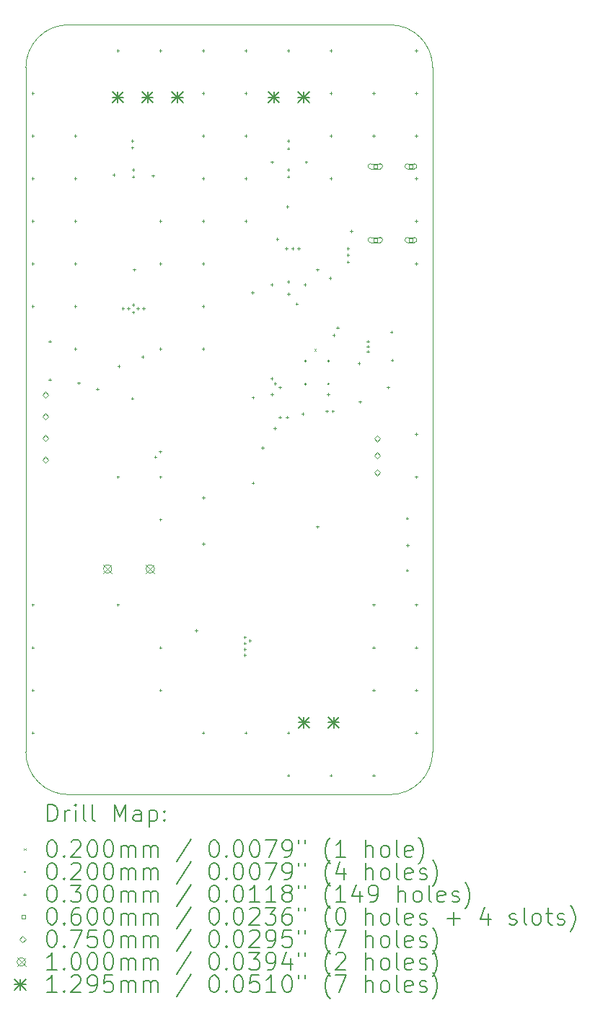
<source format=gbr>
%TF.GenerationSoftware,KiCad,Pcbnew,8.0.6*%
%TF.CreationDate,2025-03-23T16:04:10+01:00*%
%TF.ProjectId,RS485-insolated-repeater,52533438-352d-4696-9e73-6f6c61746564,v1.0*%
%TF.SameCoordinates,Original*%
%TF.FileFunction,Drillmap*%
%TF.FilePolarity,Positive*%
%FSLAX45Y45*%
G04 Gerber Fmt 4.5, Leading zero omitted, Abs format (unit mm)*
G04 Created by KiCad (PCBNEW 8.0.6) date 2025-03-23 16:04:10*
%MOMM*%
%LPD*%
G01*
G04 APERTURE LIST*
%ADD10C,0.050000*%
%ADD11C,0.200000*%
%ADD12C,0.100000*%
%ADD13C,0.129540*%
G04 APERTURE END LIST*
D10*
X12170000Y-5950000D02*
X15945000Y-5950000D01*
X11670000Y-14475000D02*
X11670000Y-6450000D01*
X15945000Y-14975000D02*
X12170000Y-14975000D01*
X16445000Y-6450000D02*
X16445000Y-14475000D01*
X12170000Y-14975000D02*
G75*
G02*
X11670000Y-14475000I0J500000D01*
G01*
X16445000Y-14475000D02*
G75*
G02*
X15945000Y-14975000I-500000J0D01*
G01*
X15945000Y-5950000D02*
G75*
G02*
X16445000Y-6450000I0J-500000D01*
G01*
X11670000Y-6450000D02*
G75*
G02*
X12170000Y-5950000I500000J0D01*
G01*
D11*
D12*
X15057500Y-9750000D02*
X15077500Y-9770000D01*
X15077500Y-9750000D02*
X15057500Y-9770000D01*
X14962500Y-9892500D02*
G75*
G02*
X14942500Y-9892500I-10000J0D01*
G01*
X14942500Y-9892500D02*
G75*
G02*
X14962500Y-9892500I10000J0D01*
G01*
X14962500Y-10162500D02*
G75*
G02*
X14942500Y-10162500I-10000J0D01*
G01*
X14942500Y-10162500D02*
G75*
G02*
X14962500Y-10162500I10000J0D01*
G01*
X15232500Y-9892500D02*
G75*
G02*
X15212500Y-9892500I-10000J0D01*
G01*
X15212500Y-9892500D02*
G75*
G02*
X15232500Y-9892500I10000J0D01*
G01*
X15232500Y-10162500D02*
G75*
G02*
X15212500Y-10162500I-10000J0D01*
G01*
X15212500Y-10162500D02*
G75*
G02*
X15232500Y-10162500I10000J0D01*
G01*
X11750000Y-6735000D02*
X11750000Y-6765000D01*
X11735000Y-6750000D02*
X11765000Y-6750000D01*
X11750000Y-7235000D02*
X11750000Y-7265000D01*
X11735000Y-7250000D02*
X11765000Y-7250000D01*
X11750000Y-7735000D02*
X11750000Y-7765000D01*
X11735000Y-7750000D02*
X11765000Y-7750000D01*
X11750000Y-8235000D02*
X11750000Y-8265000D01*
X11735000Y-8250000D02*
X11765000Y-8250000D01*
X11750000Y-8735000D02*
X11750000Y-8765000D01*
X11735000Y-8750000D02*
X11765000Y-8750000D01*
X11750000Y-9235000D02*
X11750000Y-9265000D01*
X11735000Y-9250000D02*
X11765000Y-9250000D01*
X11750000Y-12735000D02*
X11750000Y-12765000D01*
X11735000Y-12750000D02*
X11765000Y-12750000D01*
X11750000Y-13235000D02*
X11750000Y-13265000D01*
X11735000Y-13250000D02*
X11765000Y-13250000D01*
X11750000Y-13735000D02*
X11750000Y-13765000D01*
X11735000Y-13750000D02*
X11765000Y-13750000D01*
X11750000Y-14235000D02*
X11750000Y-14265000D01*
X11735000Y-14250000D02*
X11765000Y-14250000D01*
X11950000Y-9645000D02*
X11950000Y-9675000D01*
X11935000Y-9660000D02*
X11965000Y-9660000D01*
X11950000Y-10095000D02*
X11950000Y-10125000D01*
X11935000Y-10110000D02*
X11965000Y-10110000D01*
X12250000Y-7235000D02*
X12250000Y-7265000D01*
X12235000Y-7250000D02*
X12265000Y-7250000D01*
X12250000Y-7735000D02*
X12250000Y-7765000D01*
X12235000Y-7750000D02*
X12265000Y-7750000D01*
X12250000Y-8235000D02*
X12250000Y-8265000D01*
X12235000Y-8250000D02*
X12265000Y-8250000D01*
X12250000Y-8735000D02*
X12250000Y-8765000D01*
X12235000Y-8750000D02*
X12265000Y-8750000D01*
X12250000Y-9235000D02*
X12250000Y-9265000D01*
X12235000Y-9250000D02*
X12265000Y-9250000D01*
X12250000Y-9735000D02*
X12250000Y-9765000D01*
X12235000Y-9750000D02*
X12265000Y-9750000D01*
X12290000Y-10135000D02*
X12290000Y-10165000D01*
X12275000Y-10150000D02*
X12305000Y-10150000D01*
X12510000Y-10205000D02*
X12510000Y-10235000D01*
X12495000Y-10220000D02*
X12525000Y-10220000D01*
X12700000Y-7695000D02*
X12700000Y-7725000D01*
X12685000Y-7710000D02*
X12715000Y-7710000D01*
X12750000Y-6235000D02*
X12750000Y-6265000D01*
X12735000Y-6250000D02*
X12765000Y-6250000D01*
X12750000Y-11235000D02*
X12750000Y-11265000D01*
X12735000Y-11250000D02*
X12765000Y-11250000D01*
X12750000Y-12735000D02*
X12750000Y-12765000D01*
X12735000Y-12750000D02*
X12765000Y-12750000D01*
X12760000Y-9935000D02*
X12760000Y-9965000D01*
X12745000Y-9950000D02*
X12775000Y-9950000D01*
X12810000Y-9260000D02*
X12810000Y-9290000D01*
X12795000Y-9275000D02*
X12825000Y-9275000D01*
X12875000Y-9260000D02*
X12875000Y-9290000D01*
X12860000Y-9275000D02*
X12890000Y-9275000D01*
X12920000Y-7295000D02*
X12920000Y-7325000D01*
X12905000Y-7310000D02*
X12935000Y-7310000D01*
X12920000Y-7375000D02*
X12920000Y-7405000D01*
X12905000Y-7390000D02*
X12935000Y-7390000D01*
X12920000Y-10315000D02*
X12920000Y-10345000D01*
X12905000Y-10330000D02*
X12935000Y-10330000D01*
X12930000Y-7635000D02*
X12930000Y-7665000D01*
X12915000Y-7650000D02*
X12945000Y-7650000D01*
X12930000Y-7715000D02*
X12930000Y-7745000D01*
X12915000Y-7730000D02*
X12945000Y-7730000D01*
X12930000Y-9215000D02*
X12930000Y-9245000D01*
X12915000Y-9230000D02*
X12945000Y-9230000D01*
X12930000Y-9305000D02*
X12930000Y-9335000D01*
X12915000Y-9320000D02*
X12945000Y-9320000D01*
X12940000Y-8805000D02*
X12940000Y-8835000D01*
X12925000Y-8820000D02*
X12955000Y-8820000D01*
X12985000Y-9260000D02*
X12985000Y-9290000D01*
X12970000Y-9275000D02*
X13000000Y-9275000D01*
X13040000Y-9825000D02*
X13040000Y-9855000D01*
X13025000Y-9840000D02*
X13055000Y-9840000D01*
X13050000Y-9260000D02*
X13050000Y-9290000D01*
X13035000Y-9275000D02*
X13065000Y-9275000D01*
X13160000Y-7705000D02*
X13160000Y-7735000D01*
X13145000Y-7720000D02*
X13175000Y-7720000D01*
X13190000Y-11000000D02*
X13190000Y-11030000D01*
X13175000Y-11015000D02*
X13205000Y-11015000D01*
X13245000Y-10940000D02*
X13245000Y-10970000D01*
X13230000Y-10955000D02*
X13260000Y-10955000D01*
X13250000Y-6235000D02*
X13250000Y-6265000D01*
X13235000Y-6250000D02*
X13265000Y-6250000D01*
X13250000Y-8235000D02*
X13250000Y-8265000D01*
X13235000Y-8250000D02*
X13265000Y-8250000D01*
X13250000Y-8735000D02*
X13250000Y-8765000D01*
X13235000Y-8750000D02*
X13265000Y-8750000D01*
X13250000Y-9735000D02*
X13250000Y-9765000D01*
X13235000Y-9750000D02*
X13265000Y-9750000D01*
X13250000Y-11235000D02*
X13250000Y-11265000D01*
X13235000Y-11250000D02*
X13265000Y-11250000D01*
X13250000Y-11735000D02*
X13250000Y-11765000D01*
X13235000Y-11750000D02*
X13265000Y-11750000D01*
X13250000Y-13235000D02*
X13250000Y-13265000D01*
X13235000Y-13250000D02*
X13265000Y-13250000D01*
X13250000Y-13735000D02*
X13250000Y-13765000D01*
X13235000Y-13750000D02*
X13265000Y-13750000D01*
X13670000Y-13035000D02*
X13670000Y-13065000D01*
X13655000Y-13050000D02*
X13685000Y-13050000D01*
X13750000Y-6235000D02*
X13750000Y-6265000D01*
X13735000Y-6250000D02*
X13765000Y-6250000D01*
X13750000Y-6735000D02*
X13750000Y-6765000D01*
X13735000Y-6750000D02*
X13765000Y-6750000D01*
X13750000Y-7235000D02*
X13750000Y-7265000D01*
X13735000Y-7250000D02*
X13765000Y-7250000D01*
X13750000Y-7735000D02*
X13750000Y-7765000D01*
X13735000Y-7750000D02*
X13765000Y-7750000D01*
X13750000Y-8235000D02*
X13750000Y-8265000D01*
X13735000Y-8250000D02*
X13765000Y-8250000D01*
X13750000Y-8735000D02*
X13750000Y-8765000D01*
X13735000Y-8750000D02*
X13765000Y-8750000D01*
X13750000Y-9235000D02*
X13750000Y-9265000D01*
X13735000Y-9250000D02*
X13765000Y-9250000D01*
X13750000Y-9735000D02*
X13750000Y-9765000D01*
X13735000Y-9750000D02*
X13765000Y-9750000D01*
X13750000Y-14235000D02*
X13750000Y-14265000D01*
X13735000Y-14250000D02*
X13765000Y-14250000D01*
X13755000Y-11480000D02*
X13755000Y-11510000D01*
X13740000Y-11495000D02*
X13770000Y-11495000D01*
X13755000Y-12020000D02*
X13755000Y-12050000D01*
X13740000Y-12035000D02*
X13770000Y-12035000D01*
X14240000Y-13115000D02*
X14240000Y-13145000D01*
X14225000Y-13130000D02*
X14255000Y-13130000D01*
X14240000Y-13185000D02*
X14240000Y-13215000D01*
X14225000Y-13200000D02*
X14255000Y-13200000D01*
X14240000Y-13255000D02*
X14240000Y-13285000D01*
X14225000Y-13270000D02*
X14255000Y-13270000D01*
X14240000Y-13325000D02*
X14240000Y-13355000D01*
X14225000Y-13340000D02*
X14255000Y-13340000D01*
X14250000Y-6235000D02*
X14250000Y-6265000D01*
X14235000Y-6250000D02*
X14265000Y-6250000D01*
X14250000Y-6735000D02*
X14250000Y-6765000D01*
X14235000Y-6750000D02*
X14265000Y-6750000D01*
X14250000Y-7235000D02*
X14250000Y-7265000D01*
X14235000Y-7250000D02*
X14265000Y-7250000D01*
X14250000Y-7735000D02*
X14250000Y-7765000D01*
X14235000Y-7750000D02*
X14265000Y-7750000D01*
X14250000Y-8235000D02*
X14250000Y-8265000D01*
X14235000Y-8250000D02*
X14265000Y-8250000D01*
X14250000Y-14235000D02*
X14250000Y-14265000D01*
X14235000Y-14250000D02*
X14265000Y-14250000D01*
X14300000Y-13155000D02*
X14300000Y-13185000D01*
X14285000Y-13170000D02*
X14315000Y-13170000D01*
X14330000Y-9075000D02*
X14330000Y-9105000D01*
X14315000Y-9090000D02*
X14345000Y-9090000D01*
X14335000Y-10305000D02*
X14335000Y-10335000D01*
X14320000Y-10320000D02*
X14350000Y-10320000D01*
X14335000Y-11305000D02*
X14335000Y-11335000D01*
X14320000Y-11320000D02*
X14350000Y-11320000D01*
X14450000Y-10895000D02*
X14450000Y-10925000D01*
X14435000Y-10910000D02*
X14465000Y-10910000D01*
X14555000Y-8980000D02*
X14555000Y-9010000D01*
X14540000Y-8995000D02*
X14570000Y-8995000D01*
X14555000Y-10082782D02*
X14555000Y-10112782D01*
X14540000Y-10097782D02*
X14570000Y-10097782D01*
X14560000Y-7545000D02*
X14560000Y-7575000D01*
X14545000Y-7560000D02*
X14575000Y-7560000D01*
X14560000Y-10265000D02*
X14560000Y-10295000D01*
X14545000Y-10280000D02*
X14575000Y-10280000D01*
X14590000Y-10665000D02*
X14590000Y-10695000D01*
X14575000Y-10680000D02*
X14605000Y-10680000D01*
X14595000Y-10140227D02*
X14595000Y-10170227D01*
X14580000Y-10155227D02*
X14610000Y-10155227D01*
X14620000Y-8445000D02*
X14620000Y-8475000D01*
X14605000Y-8460000D02*
X14635000Y-8460000D01*
X14650000Y-10185000D02*
X14650000Y-10215000D01*
X14635000Y-10200000D02*
X14665000Y-10200000D01*
X14650000Y-10535000D02*
X14650000Y-10565000D01*
X14635000Y-10550000D02*
X14665000Y-10550000D01*
X14730000Y-8555000D02*
X14730000Y-8585000D01*
X14715000Y-8570000D02*
X14745000Y-8570000D01*
X14735000Y-10535000D02*
X14735000Y-10565000D01*
X14720000Y-10550000D02*
X14750000Y-10550000D01*
X14740000Y-8065000D02*
X14740000Y-8095000D01*
X14725000Y-8080000D02*
X14755000Y-8080000D01*
X14750000Y-6235000D02*
X14750000Y-6265000D01*
X14735000Y-6250000D02*
X14765000Y-6250000D01*
X14750000Y-7295000D02*
X14750000Y-7325000D01*
X14735000Y-7310000D02*
X14765000Y-7310000D01*
X14750000Y-7385000D02*
X14750000Y-7415000D01*
X14735000Y-7400000D02*
X14765000Y-7400000D01*
X14750000Y-7635000D02*
X14750000Y-7665000D01*
X14735000Y-7650000D02*
X14765000Y-7650000D01*
X14750000Y-7715000D02*
X14750000Y-7745000D01*
X14735000Y-7730000D02*
X14765000Y-7730000D01*
X14750000Y-8945000D02*
X14750000Y-8975000D01*
X14735000Y-8960000D02*
X14765000Y-8960000D01*
X14750000Y-14235000D02*
X14750000Y-14265000D01*
X14735000Y-14250000D02*
X14765000Y-14250000D01*
X14750000Y-14735000D02*
X14750000Y-14765000D01*
X14735000Y-14750000D02*
X14765000Y-14750000D01*
X14755000Y-9090000D02*
X14755000Y-9120000D01*
X14740000Y-9105000D02*
X14770000Y-9105000D01*
X14800000Y-8555000D02*
X14800000Y-8585000D01*
X14785000Y-8570000D02*
X14815000Y-8570000D01*
X14850000Y-9205000D02*
X14850000Y-9235000D01*
X14835000Y-9220000D02*
X14865000Y-9220000D01*
X14870000Y-8555000D02*
X14870000Y-8585000D01*
X14855000Y-8570000D02*
X14885000Y-8570000D01*
X14920000Y-10495000D02*
X14920000Y-10525000D01*
X14905000Y-10510000D02*
X14935000Y-10510000D01*
X14945000Y-8980000D02*
X14945000Y-9010000D01*
X14930000Y-8995000D02*
X14960000Y-8995000D01*
X14960000Y-7545000D02*
X14960000Y-7575000D01*
X14945000Y-7560000D02*
X14975000Y-7560000D01*
X15090000Y-8805000D02*
X15090000Y-8835000D01*
X15075000Y-8820000D02*
X15105000Y-8820000D01*
X15090000Y-11820000D02*
X15090000Y-11850000D01*
X15075000Y-11835000D02*
X15105000Y-11835000D01*
X15202500Y-10465000D02*
X15202500Y-10495000D01*
X15187500Y-10480000D02*
X15217500Y-10480000D01*
X15220624Y-10267521D02*
X15220624Y-10297521D01*
X15205624Y-10282521D02*
X15235624Y-10282521D01*
X15240000Y-8905000D02*
X15240000Y-8935000D01*
X15225000Y-8920000D02*
X15255000Y-8920000D01*
X15250000Y-6235000D02*
X15250000Y-6265000D01*
X15235000Y-6250000D02*
X15265000Y-6250000D01*
X15250000Y-6735000D02*
X15250000Y-6765000D01*
X15235000Y-6750000D02*
X15265000Y-6750000D01*
X15250000Y-7235000D02*
X15250000Y-7265000D01*
X15235000Y-7250000D02*
X15265000Y-7250000D01*
X15250000Y-7735000D02*
X15250000Y-7765000D01*
X15235000Y-7750000D02*
X15265000Y-7750000D01*
X15250000Y-14735000D02*
X15250000Y-14765000D01*
X15235000Y-14750000D02*
X15265000Y-14750000D01*
X15272500Y-10465000D02*
X15272500Y-10495000D01*
X15257500Y-10480000D02*
X15287500Y-10480000D01*
X15282500Y-9575000D02*
X15282500Y-9605000D01*
X15267500Y-9590000D02*
X15297500Y-9590000D01*
X15330000Y-9485000D02*
X15330000Y-9515000D01*
X15315000Y-9500000D02*
X15345000Y-9500000D01*
X15450000Y-8555000D02*
X15450000Y-8585000D01*
X15435000Y-8570000D02*
X15465000Y-8570000D01*
X15450000Y-8635000D02*
X15450000Y-8665000D01*
X15435000Y-8650000D02*
X15465000Y-8650000D01*
X15450000Y-8715000D02*
X15450000Y-8745000D01*
X15435000Y-8730000D02*
X15465000Y-8730000D01*
X15490000Y-8355000D02*
X15490000Y-8385000D01*
X15475000Y-8370000D02*
X15505000Y-8370000D01*
X15580000Y-9905000D02*
X15580000Y-9935000D01*
X15565000Y-9920000D02*
X15595000Y-9920000D01*
X15590000Y-10355000D02*
X15590000Y-10385000D01*
X15575000Y-10370000D02*
X15605000Y-10370000D01*
X15685000Y-9645000D02*
X15685000Y-9675000D01*
X15670000Y-9660000D02*
X15700000Y-9660000D01*
X15685000Y-9705000D02*
X15685000Y-9735000D01*
X15670000Y-9720000D02*
X15700000Y-9720000D01*
X15685000Y-9765000D02*
X15685000Y-9795000D01*
X15670000Y-9780000D02*
X15700000Y-9780000D01*
X15750000Y-6735000D02*
X15750000Y-6765000D01*
X15735000Y-6750000D02*
X15765000Y-6750000D01*
X15750000Y-7235000D02*
X15750000Y-7265000D01*
X15735000Y-7250000D02*
X15765000Y-7250000D01*
X15750000Y-12735000D02*
X15750000Y-12765000D01*
X15735000Y-12750000D02*
X15765000Y-12750000D01*
X15750000Y-13235000D02*
X15750000Y-13265000D01*
X15735000Y-13250000D02*
X15765000Y-13250000D01*
X15750000Y-13735000D02*
X15750000Y-13765000D01*
X15735000Y-13750000D02*
X15765000Y-13750000D01*
X15750000Y-14735000D02*
X15750000Y-14765000D01*
X15735000Y-14750000D02*
X15765000Y-14750000D01*
X15920000Y-10185000D02*
X15920000Y-10215000D01*
X15905000Y-10200000D02*
X15935000Y-10200000D01*
X15960000Y-9535000D02*
X15960000Y-9565000D01*
X15945000Y-9550000D02*
X15975000Y-9550000D01*
X15970000Y-9865000D02*
X15970000Y-9895000D01*
X15955000Y-9880000D02*
X15985000Y-9880000D01*
X16145000Y-11720000D02*
X16145000Y-11750000D01*
X16130000Y-11735000D02*
X16160000Y-11735000D01*
X16145000Y-12330000D02*
X16145000Y-12360000D01*
X16130000Y-12345000D02*
X16160000Y-12345000D01*
X16150000Y-12035000D02*
X16150000Y-12065000D01*
X16135000Y-12050000D02*
X16165000Y-12050000D01*
X16250000Y-6235000D02*
X16250000Y-6265000D01*
X16235000Y-6250000D02*
X16265000Y-6250000D01*
X16250000Y-6735000D02*
X16250000Y-6765000D01*
X16235000Y-6750000D02*
X16265000Y-6750000D01*
X16250000Y-7235000D02*
X16250000Y-7265000D01*
X16235000Y-7250000D02*
X16265000Y-7250000D01*
X16250000Y-7735000D02*
X16250000Y-7765000D01*
X16235000Y-7750000D02*
X16265000Y-7750000D01*
X16250000Y-8235000D02*
X16250000Y-8265000D01*
X16235000Y-8250000D02*
X16265000Y-8250000D01*
X16250000Y-8735000D02*
X16250000Y-8765000D01*
X16235000Y-8750000D02*
X16265000Y-8750000D01*
X16250000Y-10735000D02*
X16250000Y-10765000D01*
X16235000Y-10750000D02*
X16265000Y-10750000D01*
X16250000Y-11235000D02*
X16250000Y-11265000D01*
X16235000Y-11250000D02*
X16265000Y-11250000D01*
X16250000Y-12735000D02*
X16250000Y-12765000D01*
X16235000Y-12750000D02*
X16265000Y-12750000D01*
X16250000Y-13235000D02*
X16250000Y-13265000D01*
X16235000Y-13250000D02*
X16265000Y-13250000D01*
X16250000Y-13735000D02*
X16250000Y-13765000D01*
X16235000Y-13750000D02*
X16265000Y-13750000D01*
X16250000Y-14235000D02*
X16250000Y-14265000D01*
X16235000Y-14250000D02*
X16265000Y-14250000D01*
X15793213Y-7629213D02*
X15793213Y-7586787D01*
X15750786Y-7586787D01*
X15750786Y-7629213D01*
X15793213Y-7629213D01*
X15717000Y-7638000D02*
X15827000Y-7638000D01*
X15827000Y-7578000D02*
G75*
G02*
X15827000Y-7638000I0J-30000D01*
G01*
X15827000Y-7578000D02*
X15717000Y-7578000D01*
X15717000Y-7578000D02*
G75*
G03*
X15717000Y-7638000I0J-30000D01*
G01*
X15793213Y-8493213D02*
X15793213Y-8450787D01*
X15750786Y-8450787D01*
X15750786Y-8493213D01*
X15793213Y-8493213D01*
X15717000Y-8502000D02*
X15827000Y-8502000D01*
X15827000Y-8442000D02*
G75*
G02*
X15827000Y-8502000I0J-30000D01*
G01*
X15827000Y-8442000D02*
X15717000Y-8442000D01*
X15717000Y-8442000D02*
G75*
G03*
X15717000Y-8502000I0J-30000D01*
G01*
X16211213Y-7629213D02*
X16211213Y-7586787D01*
X16168786Y-7586787D01*
X16168786Y-7629213D01*
X16211213Y-7629213D01*
X16150000Y-7638000D02*
X16230000Y-7638000D01*
X16230000Y-7578000D02*
G75*
G02*
X16230000Y-7638000I0J-30000D01*
G01*
X16230000Y-7578000D02*
X16150000Y-7578000D01*
X16150000Y-7578000D02*
G75*
G03*
X16150000Y-7638000I0J-30000D01*
G01*
X16211213Y-8493213D02*
X16211213Y-8450787D01*
X16168786Y-8450787D01*
X16168786Y-8493213D01*
X16211213Y-8493213D01*
X16150000Y-8502000D02*
X16230000Y-8502000D01*
X16230000Y-8442000D02*
G75*
G02*
X16230000Y-8502000I0J-30000D01*
G01*
X16230000Y-8442000D02*
X16150000Y-8442000D01*
X16150000Y-8442000D02*
G75*
G03*
X16150000Y-8502000I0J-30000D01*
G01*
X11900000Y-10326500D02*
X11937500Y-10289000D01*
X11900000Y-10251500D01*
X11862500Y-10289000D01*
X11900000Y-10326500D01*
X11900000Y-10580500D02*
X11937500Y-10543000D01*
X11900000Y-10505500D01*
X11862500Y-10543000D01*
X11900000Y-10580500D01*
X11900000Y-10834500D02*
X11937500Y-10797000D01*
X11900000Y-10759500D01*
X11862500Y-10797000D01*
X11900000Y-10834500D01*
X11900000Y-11088500D02*
X11937500Y-11051000D01*
X11900000Y-11013500D01*
X11862500Y-11051000D01*
X11900000Y-11088500D01*
X15795000Y-10837500D02*
X15832500Y-10800000D01*
X15795000Y-10762500D01*
X15757500Y-10800000D01*
X15795000Y-10837500D01*
X15795000Y-11037500D02*
X15832500Y-11000000D01*
X15795000Y-10962500D01*
X15757500Y-11000000D01*
X15795000Y-11037500D01*
X15795000Y-11237500D02*
X15832500Y-11200000D01*
X15795000Y-11162500D01*
X15757500Y-11200000D01*
X15795000Y-11237500D01*
X12580000Y-12280000D02*
X12680000Y-12380000D01*
X12680000Y-12280000D02*
X12580000Y-12380000D01*
X12680000Y-12330000D02*
G75*
G02*
X12580000Y-12330000I-50000J0D01*
G01*
X12580000Y-12330000D02*
G75*
G02*
X12680000Y-12330000I50000J0D01*
G01*
X13080000Y-12280000D02*
X13180000Y-12380000D01*
X13180000Y-12280000D02*
X13080000Y-12380000D01*
X13180000Y-12330000D02*
G75*
G02*
X13080000Y-12330000I-50000J0D01*
G01*
X13080000Y-12330000D02*
G75*
G02*
X13180000Y-12330000I50000J0D01*
G01*
D13*
X12685230Y-6735230D02*
X12814770Y-6864770D01*
X12814770Y-6735230D02*
X12685230Y-6864770D01*
X12750000Y-6735230D02*
X12750000Y-6864770D01*
X12685230Y-6800000D02*
X12814770Y-6800000D01*
X13035230Y-6735230D02*
X13164770Y-6864770D01*
X13164770Y-6735230D02*
X13035230Y-6864770D01*
X13100000Y-6735230D02*
X13100000Y-6864770D01*
X13035230Y-6800000D02*
X13164770Y-6800000D01*
X13385230Y-6735230D02*
X13514770Y-6864770D01*
X13514770Y-6735230D02*
X13385230Y-6864770D01*
X13450000Y-6735230D02*
X13450000Y-6864770D01*
X13385230Y-6800000D02*
X13514770Y-6800000D01*
X14515230Y-6735230D02*
X14644770Y-6864770D01*
X14644770Y-6735230D02*
X14515230Y-6864770D01*
X14580000Y-6735230D02*
X14580000Y-6864770D01*
X14515230Y-6800000D02*
X14644770Y-6800000D01*
X14865230Y-6735230D02*
X14994770Y-6864770D01*
X14994770Y-6735230D02*
X14865230Y-6864770D01*
X14930000Y-6735230D02*
X14930000Y-6864770D01*
X14865230Y-6800000D02*
X14994770Y-6800000D01*
X14870230Y-14062960D02*
X14999770Y-14192500D01*
X14999770Y-14062960D02*
X14870230Y-14192500D01*
X14935000Y-14062960D02*
X14935000Y-14192500D01*
X14870230Y-14127730D02*
X14999770Y-14127730D01*
X15220230Y-14062960D02*
X15349770Y-14192500D01*
X15349770Y-14062960D02*
X15220230Y-14192500D01*
X15285000Y-14062960D02*
X15285000Y-14192500D01*
X15220230Y-14127730D02*
X15349770Y-14127730D01*
D11*
X11928277Y-15288984D02*
X11928277Y-15088984D01*
X11928277Y-15088984D02*
X11975896Y-15088984D01*
X11975896Y-15088984D02*
X12004467Y-15098508D01*
X12004467Y-15098508D02*
X12023515Y-15117555D01*
X12023515Y-15117555D02*
X12033039Y-15136603D01*
X12033039Y-15136603D02*
X12042562Y-15174698D01*
X12042562Y-15174698D02*
X12042562Y-15203269D01*
X12042562Y-15203269D02*
X12033039Y-15241365D01*
X12033039Y-15241365D02*
X12023515Y-15260412D01*
X12023515Y-15260412D02*
X12004467Y-15279460D01*
X12004467Y-15279460D02*
X11975896Y-15288984D01*
X11975896Y-15288984D02*
X11928277Y-15288984D01*
X12128277Y-15288984D02*
X12128277Y-15155650D01*
X12128277Y-15193746D02*
X12137801Y-15174698D01*
X12137801Y-15174698D02*
X12147324Y-15165174D01*
X12147324Y-15165174D02*
X12166372Y-15155650D01*
X12166372Y-15155650D02*
X12185420Y-15155650D01*
X12252086Y-15288984D02*
X12252086Y-15155650D01*
X12252086Y-15088984D02*
X12242562Y-15098508D01*
X12242562Y-15098508D02*
X12252086Y-15108031D01*
X12252086Y-15108031D02*
X12261610Y-15098508D01*
X12261610Y-15098508D02*
X12252086Y-15088984D01*
X12252086Y-15088984D02*
X12252086Y-15108031D01*
X12375896Y-15288984D02*
X12356848Y-15279460D01*
X12356848Y-15279460D02*
X12347324Y-15260412D01*
X12347324Y-15260412D02*
X12347324Y-15088984D01*
X12480658Y-15288984D02*
X12461610Y-15279460D01*
X12461610Y-15279460D02*
X12452086Y-15260412D01*
X12452086Y-15260412D02*
X12452086Y-15088984D01*
X12709229Y-15288984D02*
X12709229Y-15088984D01*
X12709229Y-15088984D02*
X12775896Y-15231841D01*
X12775896Y-15231841D02*
X12842562Y-15088984D01*
X12842562Y-15088984D02*
X12842562Y-15288984D01*
X13023515Y-15288984D02*
X13023515Y-15184222D01*
X13023515Y-15184222D02*
X13013991Y-15165174D01*
X13013991Y-15165174D02*
X12994943Y-15155650D01*
X12994943Y-15155650D02*
X12956848Y-15155650D01*
X12956848Y-15155650D02*
X12937801Y-15165174D01*
X13023515Y-15279460D02*
X13004467Y-15288984D01*
X13004467Y-15288984D02*
X12956848Y-15288984D01*
X12956848Y-15288984D02*
X12937801Y-15279460D01*
X12937801Y-15279460D02*
X12928277Y-15260412D01*
X12928277Y-15260412D02*
X12928277Y-15241365D01*
X12928277Y-15241365D02*
X12937801Y-15222317D01*
X12937801Y-15222317D02*
X12956848Y-15212793D01*
X12956848Y-15212793D02*
X13004467Y-15212793D01*
X13004467Y-15212793D02*
X13023515Y-15203269D01*
X13118753Y-15155650D02*
X13118753Y-15355650D01*
X13118753Y-15165174D02*
X13137801Y-15155650D01*
X13137801Y-15155650D02*
X13175896Y-15155650D01*
X13175896Y-15155650D02*
X13194943Y-15165174D01*
X13194943Y-15165174D02*
X13204467Y-15174698D01*
X13204467Y-15174698D02*
X13213991Y-15193746D01*
X13213991Y-15193746D02*
X13213991Y-15250888D01*
X13213991Y-15250888D02*
X13204467Y-15269936D01*
X13204467Y-15269936D02*
X13194943Y-15279460D01*
X13194943Y-15279460D02*
X13175896Y-15288984D01*
X13175896Y-15288984D02*
X13137801Y-15288984D01*
X13137801Y-15288984D02*
X13118753Y-15279460D01*
X13299705Y-15269936D02*
X13309229Y-15279460D01*
X13309229Y-15279460D02*
X13299705Y-15288984D01*
X13299705Y-15288984D02*
X13290182Y-15279460D01*
X13290182Y-15279460D02*
X13299705Y-15269936D01*
X13299705Y-15269936D02*
X13299705Y-15288984D01*
X13299705Y-15165174D02*
X13309229Y-15174698D01*
X13309229Y-15174698D02*
X13299705Y-15184222D01*
X13299705Y-15184222D02*
X13290182Y-15174698D01*
X13290182Y-15174698D02*
X13299705Y-15165174D01*
X13299705Y-15165174D02*
X13299705Y-15184222D01*
D12*
X11647500Y-15607500D02*
X11667500Y-15627500D01*
X11667500Y-15607500D02*
X11647500Y-15627500D01*
D11*
X11966372Y-15508984D02*
X11985420Y-15508984D01*
X11985420Y-15508984D02*
X12004467Y-15518508D01*
X12004467Y-15518508D02*
X12013991Y-15528031D01*
X12013991Y-15528031D02*
X12023515Y-15547079D01*
X12023515Y-15547079D02*
X12033039Y-15585174D01*
X12033039Y-15585174D02*
X12033039Y-15632793D01*
X12033039Y-15632793D02*
X12023515Y-15670888D01*
X12023515Y-15670888D02*
X12013991Y-15689936D01*
X12013991Y-15689936D02*
X12004467Y-15699460D01*
X12004467Y-15699460D02*
X11985420Y-15708984D01*
X11985420Y-15708984D02*
X11966372Y-15708984D01*
X11966372Y-15708984D02*
X11947324Y-15699460D01*
X11947324Y-15699460D02*
X11937801Y-15689936D01*
X11937801Y-15689936D02*
X11928277Y-15670888D01*
X11928277Y-15670888D02*
X11918753Y-15632793D01*
X11918753Y-15632793D02*
X11918753Y-15585174D01*
X11918753Y-15585174D02*
X11928277Y-15547079D01*
X11928277Y-15547079D02*
X11937801Y-15528031D01*
X11937801Y-15528031D02*
X11947324Y-15518508D01*
X11947324Y-15518508D02*
X11966372Y-15508984D01*
X12118753Y-15689936D02*
X12128277Y-15699460D01*
X12128277Y-15699460D02*
X12118753Y-15708984D01*
X12118753Y-15708984D02*
X12109229Y-15699460D01*
X12109229Y-15699460D02*
X12118753Y-15689936D01*
X12118753Y-15689936D02*
X12118753Y-15708984D01*
X12204467Y-15528031D02*
X12213991Y-15518508D01*
X12213991Y-15518508D02*
X12233039Y-15508984D01*
X12233039Y-15508984D02*
X12280658Y-15508984D01*
X12280658Y-15508984D02*
X12299705Y-15518508D01*
X12299705Y-15518508D02*
X12309229Y-15528031D01*
X12309229Y-15528031D02*
X12318753Y-15547079D01*
X12318753Y-15547079D02*
X12318753Y-15566127D01*
X12318753Y-15566127D02*
X12309229Y-15594698D01*
X12309229Y-15594698D02*
X12194943Y-15708984D01*
X12194943Y-15708984D02*
X12318753Y-15708984D01*
X12442562Y-15508984D02*
X12461610Y-15508984D01*
X12461610Y-15508984D02*
X12480658Y-15518508D01*
X12480658Y-15518508D02*
X12490182Y-15528031D01*
X12490182Y-15528031D02*
X12499705Y-15547079D01*
X12499705Y-15547079D02*
X12509229Y-15585174D01*
X12509229Y-15585174D02*
X12509229Y-15632793D01*
X12509229Y-15632793D02*
X12499705Y-15670888D01*
X12499705Y-15670888D02*
X12490182Y-15689936D01*
X12490182Y-15689936D02*
X12480658Y-15699460D01*
X12480658Y-15699460D02*
X12461610Y-15708984D01*
X12461610Y-15708984D02*
X12442562Y-15708984D01*
X12442562Y-15708984D02*
X12423515Y-15699460D01*
X12423515Y-15699460D02*
X12413991Y-15689936D01*
X12413991Y-15689936D02*
X12404467Y-15670888D01*
X12404467Y-15670888D02*
X12394943Y-15632793D01*
X12394943Y-15632793D02*
X12394943Y-15585174D01*
X12394943Y-15585174D02*
X12404467Y-15547079D01*
X12404467Y-15547079D02*
X12413991Y-15528031D01*
X12413991Y-15528031D02*
X12423515Y-15518508D01*
X12423515Y-15518508D02*
X12442562Y-15508984D01*
X12633039Y-15508984D02*
X12652086Y-15508984D01*
X12652086Y-15508984D02*
X12671134Y-15518508D01*
X12671134Y-15518508D02*
X12680658Y-15528031D01*
X12680658Y-15528031D02*
X12690182Y-15547079D01*
X12690182Y-15547079D02*
X12699705Y-15585174D01*
X12699705Y-15585174D02*
X12699705Y-15632793D01*
X12699705Y-15632793D02*
X12690182Y-15670888D01*
X12690182Y-15670888D02*
X12680658Y-15689936D01*
X12680658Y-15689936D02*
X12671134Y-15699460D01*
X12671134Y-15699460D02*
X12652086Y-15708984D01*
X12652086Y-15708984D02*
X12633039Y-15708984D01*
X12633039Y-15708984D02*
X12613991Y-15699460D01*
X12613991Y-15699460D02*
X12604467Y-15689936D01*
X12604467Y-15689936D02*
X12594943Y-15670888D01*
X12594943Y-15670888D02*
X12585420Y-15632793D01*
X12585420Y-15632793D02*
X12585420Y-15585174D01*
X12585420Y-15585174D02*
X12594943Y-15547079D01*
X12594943Y-15547079D02*
X12604467Y-15528031D01*
X12604467Y-15528031D02*
X12613991Y-15518508D01*
X12613991Y-15518508D02*
X12633039Y-15508984D01*
X12785420Y-15708984D02*
X12785420Y-15575650D01*
X12785420Y-15594698D02*
X12794943Y-15585174D01*
X12794943Y-15585174D02*
X12813991Y-15575650D01*
X12813991Y-15575650D02*
X12842563Y-15575650D01*
X12842563Y-15575650D02*
X12861610Y-15585174D01*
X12861610Y-15585174D02*
X12871134Y-15604222D01*
X12871134Y-15604222D02*
X12871134Y-15708984D01*
X12871134Y-15604222D02*
X12880658Y-15585174D01*
X12880658Y-15585174D02*
X12899705Y-15575650D01*
X12899705Y-15575650D02*
X12928277Y-15575650D01*
X12928277Y-15575650D02*
X12947324Y-15585174D01*
X12947324Y-15585174D02*
X12956848Y-15604222D01*
X12956848Y-15604222D02*
X12956848Y-15708984D01*
X13052086Y-15708984D02*
X13052086Y-15575650D01*
X13052086Y-15594698D02*
X13061610Y-15585174D01*
X13061610Y-15585174D02*
X13080658Y-15575650D01*
X13080658Y-15575650D02*
X13109229Y-15575650D01*
X13109229Y-15575650D02*
X13128277Y-15585174D01*
X13128277Y-15585174D02*
X13137801Y-15604222D01*
X13137801Y-15604222D02*
X13137801Y-15708984D01*
X13137801Y-15604222D02*
X13147324Y-15585174D01*
X13147324Y-15585174D02*
X13166372Y-15575650D01*
X13166372Y-15575650D02*
X13194943Y-15575650D01*
X13194943Y-15575650D02*
X13213991Y-15585174D01*
X13213991Y-15585174D02*
X13223515Y-15604222D01*
X13223515Y-15604222D02*
X13223515Y-15708984D01*
X13613991Y-15499460D02*
X13442563Y-15756603D01*
X13871134Y-15508984D02*
X13890182Y-15508984D01*
X13890182Y-15508984D02*
X13909229Y-15518508D01*
X13909229Y-15518508D02*
X13918753Y-15528031D01*
X13918753Y-15528031D02*
X13928277Y-15547079D01*
X13928277Y-15547079D02*
X13937801Y-15585174D01*
X13937801Y-15585174D02*
X13937801Y-15632793D01*
X13937801Y-15632793D02*
X13928277Y-15670888D01*
X13928277Y-15670888D02*
X13918753Y-15689936D01*
X13918753Y-15689936D02*
X13909229Y-15699460D01*
X13909229Y-15699460D02*
X13890182Y-15708984D01*
X13890182Y-15708984D02*
X13871134Y-15708984D01*
X13871134Y-15708984D02*
X13852086Y-15699460D01*
X13852086Y-15699460D02*
X13842563Y-15689936D01*
X13842563Y-15689936D02*
X13833039Y-15670888D01*
X13833039Y-15670888D02*
X13823515Y-15632793D01*
X13823515Y-15632793D02*
X13823515Y-15585174D01*
X13823515Y-15585174D02*
X13833039Y-15547079D01*
X13833039Y-15547079D02*
X13842563Y-15528031D01*
X13842563Y-15528031D02*
X13852086Y-15518508D01*
X13852086Y-15518508D02*
X13871134Y-15508984D01*
X14023515Y-15689936D02*
X14033039Y-15699460D01*
X14033039Y-15699460D02*
X14023515Y-15708984D01*
X14023515Y-15708984D02*
X14013991Y-15699460D01*
X14013991Y-15699460D02*
X14023515Y-15689936D01*
X14023515Y-15689936D02*
X14023515Y-15708984D01*
X14156848Y-15508984D02*
X14175896Y-15508984D01*
X14175896Y-15508984D02*
X14194944Y-15518508D01*
X14194944Y-15518508D02*
X14204467Y-15528031D01*
X14204467Y-15528031D02*
X14213991Y-15547079D01*
X14213991Y-15547079D02*
X14223515Y-15585174D01*
X14223515Y-15585174D02*
X14223515Y-15632793D01*
X14223515Y-15632793D02*
X14213991Y-15670888D01*
X14213991Y-15670888D02*
X14204467Y-15689936D01*
X14204467Y-15689936D02*
X14194944Y-15699460D01*
X14194944Y-15699460D02*
X14175896Y-15708984D01*
X14175896Y-15708984D02*
X14156848Y-15708984D01*
X14156848Y-15708984D02*
X14137801Y-15699460D01*
X14137801Y-15699460D02*
X14128277Y-15689936D01*
X14128277Y-15689936D02*
X14118753Y-15670888D01*
X14118753Y-15670888D02*
X14109229Y-15632793D01*
X14109229Y-15632793D02*
X14109229Y-15585174D01*
X14109229Y-15585174D02*
X14118753Y-15547079D01*
X14118753Y-15547079D02*
X14128277Y-15528031D01*
X14128277Y-15528031D02*
X14137801Y-15518508D01*
X14137801Y-15518508D02*
X14156848Y-15508984D01*
X14347325Y-15508984D02*
X14366372Y-15508984D01*
X14366372Y-15508984D02*
X14385420Y-15518508D01*
X14385420Y-15518508D02*
X14394944Y-15528031D01*
X14394944Y-15528031D02*
X14404467Y-15547079D01*
X14404467Y-15547079D02*
X14413991Y-15585174D01*
X14413991Y-15585174D02*
X14413991Y-15632793D01*
X14413991Y-15632793D02*
X14404467Y-15670888D01*
X14404467Y-15670888D02*
X14394944Y-15689936D01*
X14394944Y-15689936D02*
X14385420Y-15699460D01*
X14385420Y-15699460D02*
X14366372Y-15708984D01*
X14366372Y-15708984D02*
X14347325Y-15708984D01*
X14347325Y-15708984D02*
X14328277Y-15699460D01*
X14328277Y-15699460D02*
X14318753Y-15689936D01*
X14318753Y-15689936D02*
X14309229Y-15670888D01*
X14309229Y-15670888D02*
X14299706Y-15632793D01*
X14299706Y-15632793D02*
X14299706Y-15585174D01*
X14299706Y-15585174D02*
X14309229Y-15547079D01*
X14309229Y-15547079D02*
X14318753Y-15528031D01*
X14318753Y-15528031D02*
X14328277Y-15518508D01*
X14328277Y-15518508D02*
X14347325Y-15508984D01*
X14480658Y-15508984D02*
X14613991Y-15508984D01*
X14613991Y-15508984D02*
X14528277Y-15708984D01*
X14699706Y-15708984D02*
X14737801Y-15708984D01*
X14737801Y-15708984D02*
X14756848Y-15699460D01*
X14756848Y-15699460D02*
X14766372Y-15689936D01*
X14766372Y-15689936D02*
X14785420Y-15661365D01*
X14785420Y-15661365D02*
X14794944Y-15623269D01*
X14794944Y-15623269D02*
X14794944Y-15547079D01*
X14794944Y-15547079D02*
X14785420Y-15528031D01*
X14785420Y-15528031D02*
X14775896Y-15518508D01*
X14775896Y-15518508D02*
X14756848Y-15508984D01*
X14756848Y-15508984D02*
X14718753Y-15508984D01*
X14718753Y-15508984D02*
X14699706Y-15518508D01*
X14699706Y-15518508D02*
X14690182Y-15528031D01*
X14690182Y-15528031D02*
X14680658Y-15547079D01*
X14680658Y-15547079D02*
X14680658Y-15594698D01*
X14680658Y-15594698D02*
X14690182Y-15613746D01*
X14690182Y-15613746D02*
X14699706Y-15623269D01*
X14699706Y-15623269D02*
X14718753Y-15632793D01*
X14718753Y-15632793D02*
X14756848Y-15632793D01*
X14756848Y-15632793D02*
X14775896Y-15623269D01*
X14775896Y-15623269D02*
X14785420Y-15613746D01*
X14785420Y-15613746D02*
X14794944Y-15594698D01*
X14871134Y-15508984D02*
X14871134Y-15547079D01*
X14947325Y-15508984D02*
X14947325Y-15547079D01*
X15242563Y-15785174D02*
X15233039Y-15775650D01*
X15233039Y-15775650D02*
X15213991Y-15747079D01*
X15213991Y-15747079D02*
X15204468Y-15728031D01*
X15204468Y-15728031D02*
X15194944Y-15699460D01*
X15194944Y-15699460D02*
X15185420Y-15651841D01*
X15185420Y-15651841D02*
X15185420Y-15613746D01*
X15185420Y-15613746D02*
X15194944Y-15566127D01*
X15194944Y-15566127D02*
X15204468Y-15537555D01*
X15204468Y-15537555D02*
X15213991Y-15518508D01*
X15213991Y-15518508D02*
X15233039Y-15489936D01*
X15233039Y-15489936D02*
X15242563Y-15480412D01*
X15423515Y-15708984D02*
X15309229Y-15708984D01*
X15366372Y-15708984D02*
X15366372Y-15508984D01*
X15366372Y-15508984D02*
X15347325Y-15537555D01*
X15347325Y-15537555D02*
X15328277Y-15556603D01*
X15328277Y-15556603D02*
X15309229Y-15566127D01*
X15661610Y-15708984D02*
X15661610Y-15508984D01*
X15747325Y-15708984D02*
X15747325Y-15604222D01*
X15747325Y-15604222D02*
X15737801Y-15585174D01*
X15737801Y-15585174D02*
X15718753Y-15575650D01*
X15718753Y-15575650D02*
X15690182Y-15575650D01*
X15690182Y-15575650D02*
X15671134Y-15585174D01*
X15671134Y-15585174D02*
X15661610Y-15594698D01*
X15871134Y-15708984D02*
X15852087Y-15699460D01*
X15852087Y-15699460D02*
X15842563Y-15689936D01*
X15842563Y-15689936D02*
X15833039Y-15670888D01*
X15833039Y-15670888D02*
X15833039Y-15613746D01*
X15833039Y-15613746D02*
X15842563Y-15594698D01*
X15842563Y-15594698D02*
X15852087Y-15585174D01*
X15852087Y-15585174D02*
X15871134Y-15575650D01*
X15871134Y-15575650D02*
X15899706Y-15575650D01*
X15899706Y-15575650D02*
X15918753Y-15585174D01*
X15918753Y-15585174D02*
X15928277Y-15594698D01*
X15928277Y-15594698D02*
X15937801Y-15613746D01*
X15937801Y-15613746D02*
X15937801Y-15670888D01*
X15937801Y-15670888D02*
X15928277Y-15689936D01*
X15928277Y-15689936D02*
X15918753Y-15699460D01*
X15918753Y-15699460D02*
X15899706Y-15708984D01*
X15899706Y-15708984D02*
X15871134Y-15708984D01*
X16052087Y-15708984D02*
X16033039Y-15699460D01*
X16033039Y-15699460D02*
X16023515Y-15680412D01*
X16023515Y-15680412D02*
X16023515Y-15508984D01*
X16204468Y-15699460D02*
X16185420Y-15708984D01*
X16185420Y-15708984D02*
X16147325Y-15708984D01*
X16147325Y-15708984D02*
X16128277Y-15699460D01*
X16128277Y-15699460D02*
X16118753Y-15680412D01*
X16118753Y-15680412D02*
X16118753Y-15604222D01*
X16118753Y-15604222D02*
X16128277Y-15585174D01*
X16128277Y-15585174D02*
X16147325Y-15575650D01*
X16147325Y-15575650D02*
X16185420Y-15575650D01*
X16185420Y-15575650D02*
X16204468Y-15585174D01*
X16204468Y-15585174D02*
X16213991Y-15604222D01*
X16213991Y-15604222D02*
X16213991Y-15623269D01*
X16213991Y-15623269D02*
X16118753Y-15642317D01*
X16280658Y-15785174D02*
X16290182Y-15775650D01*
X16290182Y-15775650D02*
X16309230Y-15747079D01*
X16309230Y-15747079D02*
X16318753Y-15728031D01*
X16318753Y-15728031D02*
X16328277Y-15699460D01*
X16328277Y-15699460D02*
X16337801Y-15651841D01*
X16337801Y-15651841D02*
X16337801Y-15613746D01*
X16337801Y-15613746D02*
X16328277Y-15566127D01*
X16328277Y-15566127D02*
X16318753Y-15537555D01*
X16318753Y-15537555D02*
X16309230Y-15518508D01*
X16309230Y-15518508D02*
X16290182Y-15489936D01*
X16290182Y-15489936D02*
X16280658Y-15480412D01*
D12*
X11667500Y-15881500D02*
G75*
G02*
X11647500Y-15881500I-10000J0D01*
G01*
X11647500Y-15881500D02*
G75*
G02*
X11667500Y-15881500I10000J0D01*
G01*
D11*
X11966372Y-15772984D02*
X11985420Y-15772984D01*
X11985420Y-15772984D02*
X12004467Y-15782508D01*
X12004467Y-15782508D02*
X12013991Y-15792031D01*
X12013991Y-15792031D02*
X12023515Y-15811079D01*
X12023515Y-15811079D02*
X12033039Y-15849174D01*
X12033039Y-15849174D02*
X12033039Y-15896793D01*
X12033039Y-15896793D02*
X12023515Y-15934888D01*
X12023515Y-15934888D02*
X12013991Y-15953936D01*
X12013991Y-15953936D02*
X12004467Y-15963460D01*
X12004467Y-15963460D02*
X11985420Y-15972984D01*
X11985420Y-15972984D02*
X11966372Y-15972984D01*
X11966372Y-15972984D02*
X11947324Y-15963460D01*
X11947324Y-15963460D02*
X11937801Y-15953936D01*
X11937801Y-15953936D02*
X11928277Y-15934888D01*
X11928277Y-15934888D02*
X11918753Y-15896793D01*
X11918753Y-15896793D02*
X11918753Y-15849174D01*
X11918753Y-15849174D02*
X11928277Y-15811079D01*
X11928277Y-15811079D02*
X11937801Y-15792031D01*
X11937801Y-15792031D02*
X11947324Y-15782508D01*
X11947324Y-15782508D02*
X11966372Y-15772984D01*
X12118753Y-15953936D02*
X12128277Y-15963460D01*
X12128277Y-15963460D02*
X12118753Y-15972984D01*
X12118753Y-15972984D02*
X12109229Y-15963460D01*
X12109229Y-15963460D02*
X12118753Y-15953936D01*
X12118753Y-15953936D02*
X12118753Y-15972984D01*
X12204467Y-15792031D02*
X12213991Y-15782508D01*
X12213991Y-15782508D02*
X12233039Y-15772984D01*
X12233039Y-15772984D02*
X12280658Y-15772984D01*
X12280658Y-15772984D02*
X12299705Y-15782508D01*
X12299705Y-15782508D02*
X12309229Y-15792031D01*
X12309229Y-15792031D02*
X12318753Y-15811079D01*
X12318753Y-15811079D02*
X12318753Y-15830127D01*
X12318753Y-15830127D02*
X12309229Y-15858698D01*
X12309229Y-15858698D02*
X12194943Y-15972984D01*
X12194943Y-15972984D02*
X12318753Y-15972984D01*
X12442562Y-15772984D02*
X12461610Y-15772984D01*
X12461610Y-15772984D02*
X12480658Y-15782508D01*
X12480658Y-15782508D02*
X12490182Y-15792031D01*
X12490182Y-15792031D02*
X12499705Y-15811079D01*
X12499705Y-15811079D02*
X12509229Y-15849174D01*
X12509229Y-15849174D02*
X12509229Y-15896793D01*
X12509229Y-15896793D02*
X12499705Y-15934888D01*
X12499705Y-15934888D02*
X12490182Y-15953936D01*
X12490182Y-15953936D02*
X12480658Y-15963460D01*
X12480658Y-15963460D02*
X12461610Y-15972984D01*
X12461610Y-15972984D02*
X12442562Y-15972984D01*
X12442562Y-15972984D02*
X12423515Y-15963460D01*
X12423515Y-15963460D02*
X12413991Y-15953936D01*
X12413991Y-15953936D02*
X12404467Y-15934888D01*
X12404467Y-15934888D02*
X12394943Y-15896793D01*
X12394943Y-15896793D02*
X12394943Y-15849174D01*
X12394943Y-15849174D02*
X12404467Y-15811079D01*
X12404467Y-15811079D02*
X12413991Y-15792031D01*
X12413991Y-15792031D02*
X12423515Y-15782508D01*
X12423515Y-15782508D02*
X12442562Y-15772984D01*
X12633039Y-15772984D02*
X12652086Y-15772984D01*
X12652086Y-15772984D02*
X12671134Y-15782508D01*
X12671134Y-15782508D02*
X12680658Y-15792031D01*
X12680658Y-15792031D02*
X12690182Y-15811079D01*
X12690182Y-15811079D02*
X12699705Y-15849174D01*
X12699705Y-15849174D02*
X12699705Y-15896793D01*
X12699705Y-15896793D02*
X12690182Y-15934888D01*
X12690182Y-15934888D02*
X12680658Y-15953936D01*
X12680658Y-15953936D02*
X12671134Y-15963460D01*
X12671134Y-15963460D02*
X12652086Y-15972984D01*
X12652086Y-15972984D02*
X12633039Y-15972984D01*
X12633039Y-15972984D02*
X12613991Y-15963460D01*
X12613991Y-15963460D02*
X12604467Y-15953936D01*
X12604467Y-15953936D02*
X12594943Y-15934888D01*
X12594943Y-15934888D02*
X12585420Y-15896793D01*
X12585420Y-15896793D02*
X12585420Y-15849174D01*
X12585420Y-15849174D02*
X12594943Y-15811079D01*
X12594943Y-15811079D02*
X12604467Y-15792031D01*
X12604467Y-15792031D02*
X12613991Y-15782508D01*
X12613991Y-15782508D02*
X12633039Y-15772984D01*
X12785420Y-15972984D02*
X12785420Y-15839650D01*
X12785420Y-15858698D02*
X12794943Y-15849174D01*
X12794943Y-15849174D02*
X12813991Y-15839650D01*
X12813991Y-15839650D02*
X12842563Y-15839650D01*
X12842563Y-15839650D02*
X12861610Y-15849174D01*
X12861610Y-15849174D02*
X12871134Y-15868222D01*
X12871134Y-15868222D02*
X12871134Y-15972984D01*
X12871134Y-15868222D02*
X12880658Y-15849174D01*
X12880658Y-15849174D02*
X12899705Y-15839650D01*
X12899705Y-15839650D02*
X12928277Y-15839650D01*
X12928277Y-15839650D02*
X12947324Y-15849174D01*
X12947324Y-15849174D02*
X12956848Y-15868222D01*
X12956848Y-15868222D02*
X12956848Y-15972984D01*
X13052086Y-15972984D02*
X13052086Y-15839650D01*
X13052086Y-15858698D02*
X13061610Y-15849174D01*
X13061610Y-15849174D02*
X13080658Y-15839650D01*
X13080658Y-15839650D02*
X13109229Y-15839650D01*
X13109229Y-15839650D02*
X13128277Y-15849174D01*
X13128277Y-15849174D02*
X13137801Y-15868222D01*
X13137801Y-15868222D02*
X13137801Y-15972984D01*
X13137801Y-15868222D02*
X13147324Y-15849174D01*
X13147324Y-15849174D02*
X13166372Y-15839650D01*
X13166372Y-15839650D02*
X13194943Y-15839650D01*
X13194943Y-15839650D02*
X13213991Y-15849174D01*
X13213991Y-15849174D02*
X13223515Y-15868222D01*
X13223515Y-15868222D02*
X13223515Y-15972984D01*
X13613991Y-15763460D02*
X13442563Y-16020603D01*
X13871134Y-15772984D02*
X13890182Y-15772984D01*
X13890182Y-15772984D02*
X13909229Y-15782508D01*
X13909229Y-15782508D02*
X13918753Y-15792031D01*
X13918753Y-15792031D02*
X13928277Y-15811079D01*
X13928277Y-15811079D02*
X13937801Y-15849174D01*
X13937801Y-15849174D02*
X13937801Y-15896793D01*
X13937801Y-15896793D02*
X13928277Y-15934888D01*
X13928277Y-15934888D02*
X13918753Y-15953936D01*
X13918753Y-15953936D02*
X13909229Y-15963460D01*
X13909229Y-15963460D02*
X13890182Y-15972984D01*
X13890182Y-15972984D02*
X13871134Y-15972984D01*
X13871134Y-15972984D02*
X13852086Y-15963460D01*
X13852086Y-15963460D02*
X13842563Y-15953936D01*
X13842563Y-15953936D02*
X13833039Y-15934888D01*
X13833039Y-15934888D02*
X13823515Y-15896793D01*
X13823515Y-15896793D02*
X13823515Y-15849174D01*
X13823515Y-15849174D02*
X13833039Y-15811079D01*
X13833039Y-15811079D02*
X13842563Y-15792031D01*
X13842563Y-15792031D02*
X13852086Y-15782508D01*
X13852086Y-15782508D02*
X13871134Y-15772984D01*
X14023515Y-15953936D02*
X14033039Y-15963460D01*
X14033039Y-15963460D02*
X14023515Y-15972984D01*
X14023515Y-15972984D02*
X14013991Y-15963460D01*
X14013991Y-15963460D02*
X14023515Y-15953936D01*
X14023515Y-15953936D02*
X14023515Y-15972984D01*
X14156848Y-15772984D02*
X14175896Y-15772984D01*
X14175896Y-15772984D02*
X14194944Y-15782508D01*
X14194944Y-15782508D02*
X14204467Y-15792031D01*
X14204467Y-15792031D02*
X14213991Y-15811079D01*
X14213991Y-15811079D02*
X14223515Y-15849174D01*
X14223515Y-15849174D02*
X14223515Y-15896793D01*
X14223515Y-15896793D02*
X14213991Y-15934888D01*
X14213991Y-15934888D02*
X14204467Y-15953936D01*
X14204467Y-15953936D02*
X14194944Y-15963460D01*
X14194944Y-15963460D02*
X14175896Y-15972984D01*
X14175896Y-15972984D02*
X14156848Y-15972984D01*
X14156848Y-15972984D02*
X14137801Y-15963460D01*
X14137801Y-15963460D02*
X14128277Y-15953936D01*
X14128277Y-15953936D02*
X14118753Y-15934888D01*
X14118753Y-15934888D02*
X14109229Y-15896793D01*
X14109229Y-15896793D02*
X14109229Y-15849174D01*
X14109229Y-15849174D02*
X14118753Y-15811079D01*
X14118753Y-15811079D02*
X14128277Y-15792031D01*
X14128277Y-15792031D02*
X14137801Y-15782508D01*
X14137801Y-15782508D02*
X14156848Y-15772984D01*
X14347325Y-15772984D02*
X14366372Y-15772984D01*
X14366372Y-15772984D02*
X14385420Y-15782508D01*
X14385420Y-15782508D02*
X14394944Y-15792031D01*
X14394944Y-15792031D02*
X14404467Y-15811079D01*
X14404467Y-15811079D02*
X14413991Y-15849174D01*
X14413991Y-15849174D02*
X14413991Y-15896793D01*
X14413991Y-15896793D02*
X14404467Y-15934888D01*
X14404467Y-15934888D02*
X14394944Y-15953936D01*
X14394944Y-15953936D02*
X14385420Y-15963460D01*
X14385420Y-15963460D02*
X14366372Y-15972984D01*
X14366372Y-15972984D02*
X14347325Y-15972984D01*
X14347325Y-15972984D02*
X14328277Y-15963460D01*
X14328277Y-15963460D02*
X14318753Y-15953936D01*
X14318753Y-15953936D02*
X14309229Y-15934888D01*
X14309229Y-15934888D02*
X14299706Y-15896793D01*
X14299706Y-15896793D02*
X14299706Y-15849174D01*
X14299706Y-15849174D02*
X14309229Y-15811079D01*
X14309229Y-15811079D02*
X14318753Y-15792031D01*
X14318753Y-15792031D02*
X14328277Y-15782508D01*
X14328277Y-15782508D02*
X14347325Y-15772984D01*
X14480658Y-15772984D02*
X14613991Y-15772984D01*
X14613991Y-15772984D02*
X14528277Y-15972984D01*
X14699706Y-15972984D02*
X14737801Y-15972984D01*
X14737801Y-15972984D02*
X14756848Y-15963460D01*
X14756848Y-15963460D02*
X14766372Y-15953936D01*
X14766372Y-15953936D02*
X14785420Y-15925365D01*
X14785420Y-15925365D02*
X14794944Y-15887269D01*
X14794944Y-15887269D02*
X14794944Y-15811079D01*
X14794944Y-15811079D02*
X14785420Y-15792031D01*
X14785420Y-15792031D02*
X14775896Y-15782508D01*
X14775896Y-15782508D02*
X14756848Y-15772984D01*
X14756848Y-15772984D02*
X14718753Y-15772984D01*
X14718753Y-15772984D02*
X14699706Y-15782508D01*
X14699706Y-15782508D02*
X14690182Y-15792031D01*
X14690182Y-15792031D02*
X14680658Y-15811079D01*
X14680658Y-15811079D02*
X14680658Y-15858698D01*
X14680658Y-15858698D02*
X14690182Y-15877746D01*
X14690182Y-15877746D02*
X14699706Y-15887269D01*
X14699706Y-15887269D02*
X14718753Y-15896793D01*
X14718753Y-15896793D02*
X14756848Y-15896793D01*
X14756848Y-15896793D02*
X14775896Y-15887269D01*
X14775896Y-15887269D02*
X14785420Y-15877746D01*
X14785420Y-15877746D02*
X14794944Y-15858698D01*
X14871134Y-15772984D02*
X14871134Y-15811079D01*
X14947325Y-15772984D02*
X14947325Y-15811079D01*
X15242563Y-16049174D02*
X15233039Y-16039650D01*
X15233039Y-16039650D02*
X15213991Y-16011079D01*
X15213991Y-16011079D02*
X15204468Y-15992031D01*
X15204468Y-15992031D02*
X15194944Y-15963460D01*
X15194944Y-15963460D02*
X15185420Y-15915841D01*
X15185420Y-15915841D02*
X15185420Y-15877746D01*
X15185420Y-15877746D02*
X15194944Y-15830127D01*
X15194944Y-15830127D02*
X15204468Y-15801555D01*
X15204468Y-15801555D02*
X15213991Y-15782508D01*
X15213991Y-15782508D02*
X15233039Y-15753936D01*
X15233039Y-15753936D02*
X15242563Y-15744412D01*
X15404468Y-15839650D02*
X15404468Y-15972984D01*
X15356848Y-15763460D02*
X15309229Y-15906317D01*
X15309229Y-15906317D02*
X15433039Y-15906317D01*
X15661610Y-15972984D02*
X15661610Y-15772984D01*
X15747325Y-15972984D02*
X15747325Y-15868222D01*
X15747325Y-15868222D02*
X15737801Y-15849174D01*
X15737801Y-15849174D02*
X15718753Y-15839650D01*
X15718753Y-15839650D02*
X15690182Y-15839650D01*
X15690182Y-15839650D02*
X15671134Y-15849174D01*
X15671134Y-15849174D02*
X15661610Y-15858698D01*
X15871134Y-15972984D02*
X15852087Y-15963460D01*
X15852087Y-15963460D02*
X15842563Y-15953936D01*
X15842563Y-15953936D02*
X15833039Y-15934888D01*
X15833039Y-15934888D02*
X15833039Y-15877746D01*
X15833039Y-15877746D02*
X15842563Y-15858698D01*
X15842563Y-15858698D02*
X15852087Y-15849174D01*
X15852087Y-15849174D02*
X15871134Y-15839650D01*
X15871134Y-15839650D02*
X15899706Y-15839650D01*
X15899706Y-15839650D02*
X15918753Y-15849174D01*
X15918753Y-15849174D02*
X15928277Y-15858698D01*
X15928277Y-15858698D02*
X15937801Y-15877746D01*
X15937801Y-15877746D02*
X15937801Y-15934888D01*
X15937801Y-15934888D02*
X15928277Y-15953936D01*
X15928277Y-15953936D02*
X15918753Y-15963460D01*
X15918753Y-15963460D02*
X15899706Y-15972984D01*
X15899706Y-15972984D02*
X15871134Y-15972984D01*
X16052087Y-15972984D02*
X16033039Y-15963460D01*
X16033039Y-15963460D02*
X16023515Y-15944412D01*
X16023515Y-15944412D02*
X16023515Y-15772984D01*
X16204468Y-15963460D02*
X16185420Y-15972984D01*
X16185420Y-15972984D02*
X16147325Y-15972984D01*
X16147325Y-15972984D02*
X16128277Y-15963460D01*
X16128277Y-15963460D02*
X16118753Y-15944412D01*
X16118753Y-15944412D02*
X16118753Y-15868222D01*
X16118753Y-15868222D02*
X16128277Y-15849174D01*
X16128277Y-15849174D02*
X16147325Y-15839650D01*
X16147325Y-15839650D02*
X16185420Y-15839650D01*
X16185420Y-15839650D02*
X16204468Y-15849174D01*
X16204468Y-15849174D02*
X16213991Y-15868222D01*
X16213991Y-15868222D02*
X16213991Y-15887269D01*
X16213991Y-15887269D02*
X16118753Y-15906317D01*
X16290182Y-15963460D02*
X16309230Y-15972984D01*
X16309230Y-15972984D02*
X16347325Y-15972984D01*
X16347325Y-15972984D02*
X16366372Y-15963460D01*
X16366372Y-15963460D02*
X16375896Y-15944412D01*
X16375896Y-15944412D02*
X16375896Y-15934888D01*
X16375896Y-15934888D02*
X16366372Y-15915841D01*
X16366372Y-15915841D02*
X16347325Y-15906317D01*
X16347325Y-15906317D02*
X16318753Y-15906317D01*
X16318753Y-15906317D02*
X16299706Y-15896793D01*
X16299706Y-15896793D02*
X16290182Y-15877746D01*
X16290182Y-15877746D02*
X16290182Y-15868222D01*
X16290182Y-15868222D02*
X16299706Y-15849174D01*
X16299706Y-15849174D02*
X16318753Y-15839650D01*
X16318753Y-15839650D02*
X16347325Y-15839650D01*
X16347325Y-15839650D02*
X16366372Y-15849174D01*
X16442563Y-16049174D02*
X16452087Y-16039650D01*
X16452087Y-16039650D02*
X16471134Y-16011079D01*
X16471134Y-16011079D02*
X16480658Y-15992031D01*
X16480658Y-15992031D02*
X16490182Y-15963460D01*
X16490182Y-15963460D02*
X16499706Y-15915841D01*
X16499706Y-15915841D02*
X16499706Y-15877746D01*
X16499706Y-15877746D02*
X16490182Y-15830127D01*
X16490182Y-15830127D02*
X16480658Y-15801555D01*
X16480658Y-15801555D02*
X16471134Y-15782508D01*
X16471134Y-15782508D02*
X16452087Y-15753936D01*
X16452087Y-15753936D02*
X16442563Y-15744412D01*
D12*
X11652500Y-16130500D02*
X11652500Y-16160500D01*
X11637500Y-16145500D02*
X11667500Y-16145500D01*
D11*
X11966372Y-16036984D02*
X11985420Y-16036984D01*
X11985420Y-16036984D02*
X12004467Y-16046508D01*
X12004467Y-16046508D02*
X12013991Y-16056031D01*
X12013991Y-16056031D02*
X12023515Y-16075079D01*
X12023515Y-16075079D02*
X12033039Y-16113174D01*
X12033039Y-16113174D02*
X12033039Y-16160793D01*
X12033039Y-16160793D02*
X12023515Y-16198888D01*
X12023515Y-16198888D02*
X12013991Y-16217936D01*
X12013991Y-16217936D02*
X12004467Y-16227460D01*
X12004467Y-16227460D02*
X11985420Y-16236984D01*
X11985420Y-16236984D02*
X11966372Y-16236984D01*
X11966372Y-16236984D02*
X11947324Y-16227460D01*
X11947324Y-16227460D02*
X11937801Y-16217936D01*
X11937801Y-16217936D02*
X11928277Y-16198888D01*
X11928277Y-16198888D02*
X11918753Y-16160793D01*
X11918753Y-16160793D02*
X11918753Y-16113174D01*
X11918753Y-16113174D02*
X11928277Y-16075079D01*
X11928277Y-16075079D02*
X11937801Y-16056031D01*
X11937801Y-16056031D02*
X11947324Y-16046508D01*
X11947324Y-16046508D02*
X11966372Y-16036984D01*
X12118753Y-16217936D02*
X12128277Y-16227460D01*
X12128277Y-16227460D02*
X12118753Y-16236984D01*
X12118753Y-16236984D02*
X12109229Y-16227460D01*
X12109229Y-16227460D02*
X12118753Y-16217936D01*
X12118753Y-16217936D02*
X12118753Y-16236984D01*
X12194943Y-16036984D02*
X12318753Y-16036984D01*
X12318753Y-16036984D02*
X12252086Y-16113174D01*
X12252086Y-16113174D02*
X12280658Y-16113174D01*
X12280658Y-16113174D02*
X12299705Y-16122698D01*
X12299705Y-16122698D02*
X12309229Y-16132222D01*
X12309229Y-16132222D02*
X12318753Y-16151269D01*
X12318753Y-16151269D02*
X12318753Y-16198888D01*
X12318753Y-16198888D02*
X12309229Y-16217936D01*
X12309229Y-16217936D02*
X12299705Y-16227460D01*
X12299705Y-16227460D02*
X12280658Y-16236984D01*
X12280658Y-16236984D02*
X12223515Y-16236984D01*
X12223515Y-16236984D02*
X12204467Y-16227460D01*
X12204467Y-16227460D02*
X12194943Y-16217936D01*
X12442562Y-16036984D02*
X12461610Y-16036984D01*
X12461610Y-16036984D02*
X12480658Y-16046508D01*
X12480658Y-16046508D02*
X12490182Y-16056031D01*
X12490182Y-16056031D02*
X12499705Y-16075079D01*
X12499705Y-16075079D02*
X12509229Y-16113174D01*
X12509229Y-16113174D02*
X12509229Y-16160793D01*
X12509229Y-16160793D02*
X12499705Y-16198888D01*
X12499705Y-16198888D02*
X12490182Y-16217936D01*
X12490182Y-16217936D02*
X12480658Y-16227460D01*
X12480658Y-16227460D02*
X12461610Y-16236984D01*
X12461610Y-16236984D02*
X12442562Y-16236984D01*
X12442562Y-16236984D02*
X12423515Y-16227460D01*
X12423515Y-16227460D02*
X12413991Y-16217936D01*
X12413991Y-16217936D02*
X12404467Y-16198888D01*
X12404467Y-16198888D02*
X12394943Y-16160793D01*
X12394943Y-16160793D02*
X12394943Y-16113174D01*
X12394943Y-16113174D02*
X12404467Y-16075079D01*
X12404467Y-16075079D02*
X12413991Y-16056031D01*
X12413991Y-16056031D02*
X12423515Y-16046508D01*
X12423515Y-16046508D02*
X12442562Y-16036984D01*
X12633039Y-16036984D02*
X12652086Y-16036984D01*
X12652086Y-16036984D02*
X12671134Y-16046508D01*
X12671134Y-16046508D02*
X12680658Y-16056031D01*
X12680658Y-16056031D02*
X12690182Y-16075079D01*
X12690182Y-16075079D02*
X12699705Y-16113174D01*
X12699705Y-16113174D02*
X12699705Y-16160793D01*
X12699705Y-16160793D02*
X12690182Y-16198888D01*
X12690182Y-16198888D02*
X12680658Y-16217936D01*
X12680658Y-16217936D02*
X12671134Y-16227460D01*
X12671134Y-16227460D02*
X12652086Y-16236984D01*
X12652086Y-16236984D02*
X12633039Y-16236984D01*
X12633039Y-16236984D02*
X12613991Y-16227460D01*
X12613991Y-16227460D02*
X12604467Y-16217936D01*
X12604467Y-16217936D02*
X12594943Y-16198888D01*
X12594943Y-16198888D02*
X12585420Y-16160793D01*
X12585420Y-16160793D02*
X12585420Y-16113174D01*
X12585420Y-16113174D02*
X12594943Y-16075079D01*
X12594943Y-16075079D02*
X12604467Y-16056031D01*
X12604467Y-16056031D02*
X12613991Y-16046508D01*
X12613991Y-16046508D02*
X12633039Y-16036984D01*
X12785420Y-16236984D02*
X12785420Y-16103650D01*
X12785420Y-16122698D02*
X12794943Y-16113174D01*
X12794943Y-16113174D02*
X12813991Y-16103650D01*
X12813991Y-16103650D02*
X12842563Y-16103650D01*
X12842563Y-16103650D02*
X12861610Y-16113174D01*
X12861610Y-16113174D02*
X12871134Y-16132222D01*
X12871134Y-16132222D02*
X12871134Y-16236984D01*
X12871134Y-16132222D02*
X12880658Y-16113174D01*
X12880658Y-16113174D02*
X12899705Y-16103650D01*
X12899705Y-16103650D02*
X12928277Y-16103650D01*
X12928277Y-16103650D02*
X12947324Y-16113174D01*
X12947324Y-16113174D02*
X12956848Y-16132222D01*
X12956848Y-16132222D02*
X12956848Y-16236984D01*
X13052086Y-16236984D02*
X13052086Y-16103650D01*
X13052086Y-16122698D02*
X13061610Y-16113174D01*
X13061610Y-16113174D02*
X13080658Y-16103650D01*
X13080658Y-16103650D02*
X13109229Y-16103650D01*
X13109229Y-16103650D02*
X13128277Y-16113174D01*
X13128277Y-16113174D02*
X13137801Y-16132222D01*
X13137801Y-16132222D02*
X13137801Y-16236984D01*
X13137801Y-16132222D02*
X13147324Y-16113174D01*
X13147324Y-16113174D02*
X13166372Y-16103650D01*
X13166372Y-16103650D02*
X13194943Y-16103650D01*
X13194943Y-16103650D02*
X13213991Y-16113174D01*
X13213991Y-16113174D02*
X13223515Y-16132222D01*
X13223515Y-16132222D02*
X13223515Y-16236984D01*
X13613991Y-16027460D02*
X13442563Y-16284603D01*
X13871134Y-16036984D02*
X13890182Y-16036984D01*
X13890182Y-16036984D02*
X13909229Y-16046508D01*
X13909229Y-16046508D02*
X13918753Y-16056031D01*
X13918753Y-16056031D02*
X13928277Y-16075079D01*
X13928277Y-16075079D02*
X13937801Y-16113174D01*
X13937801Y-16113174D02*
X13937801Y-16160793D01*
X13937801Y-16160793D02*
X13928277Y-16198888D01*
X13928277Y-16198888D02*
X13918753Y-16217936D01*
X13918753Y-16217936D02*
X13909229Y-16227460D01*
X13909229Y-16227460D02*
X13890182Y-16236984D01*
X13890182Y-16236984D02*
X13871134Y-16236984D01*
X13871134Y-16236984D02*
X13852086Y-16227460D01*
X13852086Y-16227460D02*
X13842563Y-16217936D01*
X13842563Y-16217936D02*
X13833039Y-16198888D01*
X13833039Y-16198888D02*
X13823515Y-16160793D01*
X13823515Y-16160793D02*
X13823515Y-16113174D01*
X13823515Y-16113174D02*
X13833039Y-16075079D01*
X13833039Y-16075079D02*
X13842563Y-16056031D01*
X13842563Y-16056031D02*
X13852086Y-16046508D01*
X13852086Y-16046508D02*
X13871134Y-16036984D01*
X14023515Y-16217936D02*
X14033039Y-16227460D01*
X14033039Y-16227460D02*
X14023515Y-16236984D01*
X14023515Y-16236984D02*
X14013991Y-16227460D01*
X14013991Y-16227460D02*
X14023515Y-16217936D01*
X14023515Y-16217936D02*
X14023515Y-16236984D01*
X14156848Y-16036984D02*
X14175896Y-16036984D01*
X14175896Y-16036984D02*
X14194944Y-16046508D01*
X14194944Y-16046508D02*
X14204467Y-16056031D01*
X14204467Y-16056031D02*
X14213991Y-16075079D01*
X14213991Y-16075079D02*
X14223515Y-16113174D01*
X14223515Y-16113174D02*
X14223515Y-16160793D01*
X14223515Y-16160793D02*
X14213991Y-16198888D01*
X14213991Y-16198888D02*
X14204467Y-16217936D01*
X14204467Y-16217936D02*
X14194944Y-16227460D01*
X14194944Y-16227460D02*
X14175896Y-16236984D01*
X14175896Y-16236984D02*
X14156848Y-16236984D01*
X14156848Y-16236984D02*
X14137801Y-16227460D01*
X14137801Y-16227460D02*
X14128277Y-16217936D01*
X14128277Y-16217936D02*
X14118753Y-16198888D01*
X14118753Y-16198888D02*
X14109229Y-16160793D01*
X14109229Y-16160793D02*
X14109229Y-16113174D01*
X14109229Y-16113174D02*
X14118753Y-16075079D01*
X14118753Y-16075079D02*
X14128277Y-16056031D01*
X14128277Y-16056031D02*
X14137801Y-16046508D01*
X14137801Y-16046508D02*
X14156848Y-16036984D01*
X14413991Y-16236984D02*
X14299706Y-16236984D01*
X14356848Y-16236984D02*
X14356848Y-16036984D01*
X14356848Y-16036984D02*
X14337801Y-16065555D01*
X14337801Y-16065555D02*
X14318753Y-16084603D01*
X14318753Y-16084603D02*
X14299706Y-16094127D01*
X14604467Y-16236984D02*
X14490182Y-16236984D01*
X14547325Y-16236984D02*
X14547325Y-16036984D01*
X14547325Y-16036984D02*
X14528277Y-16065555D01*
X14528277Y-16065555D02*
X14509229Y-16084603D01*
X14509229Y-16084603D02*
X14490182Y-16094127D01*
X14718753Y-16122698D02*
X14699706Y-16113174D01*
X14699706Y-16113174D02*
X14690182Y-16103650D01*
X14690182Y-16103650D02*
X14680658Y-16084603D01*
X14680658Y-16084603D02*
X14680658Y-16075079D01*
X14680658Y-16075079D02*
X14690182Y-16056031D01*
X14690182Y-16056031D02*
X14699706Y-16046508D01*
X14699706Y-16046508D02*
X14718753Y-16036984D01*
X14718753Y-16036984D02*
X14756848Y-16036984D01*
X14756848Y-16036984D02*
X14775896Y-16046508D01*
X14775896Y-16046508D02*
X14785420Y-16056031D01*
X14785420Y-16056031D02*
X14794944Y-16075079D01*
X14794944Y-16075079D02*
X14794944Y-16084603D01*
X14794944Y-16084603D02*
X14785420Y-16103650D01*
X14785420Y-16103650D02*
X14775896Y-16113174D01*
X14775896Y-16113174D02*
X14756848Y-16122698D01*
X14756848Y-16122698D02*
X14718753Y-16122698D01*
X14718753Y-16122698D02*
X14699706Y-16132222D01*
X14699706Y-16132222D02*
X14690182Y-16141746D01*
X14690182Y-16141746D02*
X14680658Y-16160793D01*
X14680658Y-16160793D02*
X14680658Y-16198888D01*
X14680658Y-16198888D02*
X14690182Y-16217936D01*
X14690182Y-16217936D02*
X14699706Y-16227460D01*
X14699706Y-16227460D02*
X14718753Y-16236984D01*
X14718753Y-16236984D02*
X14756848Y-16236984D01*
X14756848Y-16236984D02*
X14775896Y-16227460D01*
X14775896Y-16227460D02*
X14785420Y-16217936D01*
X14785420Y-16217936D02*
X14794944Y-16198888D01*
X14794944Y-16198888D02*
X14794944Y-16160793D01*
X14794944Y-16160793D02*
X14785420Y-16141746D01*
X14785420Y-16141746D02*
X14775896Y-16132222D01*
X14775896Y-16132222D02*
X14756848Y-16122698D01*
X14871134Y-16036984D02*
X14871134Y-16075079D01*
X14947325Y-16036984D02*
X14947325Y-16075079D01*
X15242563Y-16313174D02*
X15233039Y-16303650D01*
X15233039Y-16303650D02*
X15213991Y-16275079D01*
X15213991Y-16275079D02*
X15204468Y-16256031D01*
X15204468Y-16256031D02*
X15194944Y-16227460D01*
X15194944Y-16227460D02*
X15185420Y-16179841D01*
X15185420Y-16179841D02*
X15185420Y-16141746D01*
X15185420Y-16141746D02*
X15194944Y-16094127D01*
X15194944Y-16094127D02*
X15204468Y-16065555D01*
X15204468Y-16065555D02*
X15213991Y-16046508D01*
X15213991Y-16046508D02*
X15233039Y-16017936D01*
X15233039Y-16017936D02*
X15242563Y-16008412D01*
X15423515Y-16236984D02*
X15309229Y-16236984D01*
X15366372Y-16236984D02*
X15366372Y-16036984D01*
X15366372Y-16036984D02*
X15347325Y-16065555D01*
X15347325Y-16065555D02*
X15328277Y-16084603D01*
X15328277Y-16084603D02*
X15309229Y-16094127D01*
X15594944Y-16103650D02*
X15594944Y-16236984D01*
X15547325Y-16027460D02*
X15499706Y-16170317D01*
X15499706Y-16170317D02*
X15623515Y-16170317D01*
X15709229Y-16236984D02*
X15747325Y-16236984D01*
X15747325Y-16236984D02*
X15766372Y-16227460D01*
X15766372Y-16227460D02*
X15775896Y-16217936D01*
X15775896Y-16217936D02*
X15794944Y-16189365D01*
X15794944Y-16189365D02*
X15804468Y-16151269D01*
X15804468Y-16151269D02*
X15804468Y-16075079D01*
X15804468Y-16075079D02*
X15794944Y-16056031D01*
X15794944Y-16056031D02*
X15785420Y-16046508D01*
X15785420Y-16046508D02*
X15766372Y-16036984D01*
X15766372Y-16036984D02*
X15728277Y-16036984D01*
X15728277Y-16036984D02*
X15709229Y-16046508D01*
X15709229Y-16046508D02*
X15699706Y-16056031D01*
X15699706Y-16056031D02*
X15690182Y-16075079D01*
X15690182Y-16075079D02*
X15690182Y-16122698D01*
X15690182Y-16122698D02*
X15699706Y-16141746D01*
X15699706Y-16141746D02*
X15709229Y-16151269D01*
X15709229Y-16151269D02*
X15728277Y-16160793D01*
X15728277Y-16160793D02*
X15766372Y-16160793D01*
X15766372Y-16160793D02*
X15785420Y-16151269D01*
X15785420Y-16151269D02*
X15794944Y-16141746D01*
X15794944Y-16141746D02*
X15804468Y-16122698D01*
X16042563Y-16236984D02*
X16042563Y-16036984D01*
X16128277Y-16236984D02*
X16128277Y-16132222D01*
X16128277Y-16132222D02*
X16118753Y-16113174D01*
X16118753Y-16113174D02*
X16099706Y-16103650D01*
X16099706Y-16103650D02*
X16071134Y-16103650D01*
X16071134Y-16103650D02*
X16052087Y-16113174D01*
X16052087Y-16113174D02*
X16042563Y-16122698D01*
X16252087Y-16236984D02*
X16233039Y-16227460D01*
X16233039Y-16227460D02*
X16223515Y-16217936D01*
X16223515Y-16217936D02*
X16213991Y-16198888D01*
X16213991Y-16198888D02*
X16213991Y-16141746D01*
X16213991Y-16141746D02*
X16223515Y-16122698D01*
X16223515Y-16122698D02*
X16233039Y-16113174D01*
X16233039Y-16113174D02*
X16252087Y-16103650D01*
X16252087Y-16103650D02*
X16280658Y-16103650D01*
X16280658Y-16103650D02*
X16299706Y-16113174D01*
X16299706Y-16113174D02*
X16309230Y-16122698D01*
X16309230Y-16122698D02*
X16318753Y-16141746D01*
X16318753Y-16141746D02*
X16318753Y-16198888D01*
X16318753Y-16198888D02*
X16309230Y-16217936D01*
X16309230Y-16217936D02*
X16299706Y-16227460D01*
X16299706Y-16227460D02*
X16280658Y-16236984D01*
X16280658Y-16236984D02*
X16252087Y-16236984D01*
X16433039Y-16236984D02*
X16413991Y-16227460D01*
X16413991Y-16227460D02*
X16404468Y-16208412D01*
X16404468Y-16208412D02*
X16404468Y-16036984D01*
X16585420Y-16227460D02*
X16566372Y-16236984D01*
X16566372Y-16236984D02*
X16528277Y-16236984D01*
X16528277Y-16236984D02*
X16509230Y-16227460D01*
X16509230Y-16227460D02*
X16499706Y-16208412D01*
X16499706Y-16208412D02*
X16499706Y-16132222D01*
X16499706Y-16132222D02*
X16509230Y-16113174D01*
X16509230Y-16113174D02*
X16528277Y-16103650D01*
X16528277Y-16103650D02*
X16566372Y-16103650D01*
X16566372Y-16103650D02*
X16585420Y-16113174D01*
X16585420Y-16113174D02*
X16594944Y-16132222D01*
X16594944Y-16132222D02*
X16594944Y-16151269D01*
X16594944Y-16151269D02*
X16499706Y-16170317D01*
X16671134Y-16227460D02*
X16690182Y-16236984D01*
X16690182Y-16236984D02*
X16728277Y-16236984D01*
X16728277Y-16236984D02*
X16747325Y-16227460D01*
X16747325Y-16227460D02*
X16756849Y-16208412D01*
X16756849Y-16208412D02*
X16756849Y-16198888D01*
X16756849Y-16198888D02*
X16747325Y-16179841D01*
X16747325Y-16179841D02*
X16728277Y-16170317D01*
X16728277Y-16170317D02*
X16699706Y-16170317D01*
X16699706Y-16170317D02*
X16680658Y-16160793D01*
X16680658Y-16160793D02*
X16671134Y-16141746D01*
X16671134Y-16141746D02*
X16671134Y-16132222D01*
X16671134Y-16132222D02*
X16680658Y-16113174D01*
X16680658Y-16113174D02*
X16699706Y-16103650D01*
X16699706Y-16103650D02*
X16728277Y-16103650D01*
X16728277Y-16103650D02*
X16747325Y-16113174D01*
X16823515Y-16313174D02*
X16833039Y-16303650D01*
X16833039Y-16303650D02*
X16852087Y-16275079D01*
X16852087Y-16275079D02*
X16861611Y-16256031D01*
X16861611Y-16256031D02*
X16871134Y-16227460D01*
X16871134Y-16227460D02*
X16880658Y-16179841D01*
X16880658Y-16179841D02*
X16880658Y-16141746D01*
X16880658Y-16141746D02*
X16871134Y-16094127D01*
X16871134Y-16094127D02*
X16861611Y-16065555D01*
X16861611Y-16065555D02*
X16852087Y-16046508D01*
X16852087Y-16046508D02*
X16833039Y-16017936D01*
X16833039Y-16017936D02*
X16823515Y-16008412D01*
D12*
X11658713Y-16430713D02*
X11658713Y-16388287D01*
X11616287Y-16388287D01*
X11616287Y-16430713D01*
X11658713Y-16430713D01*
D11*
X11966372Y-16300984D02*
X11985420Y-16300984D01*
X11985420Y-16300984D02*
X12004467Y-16310508D01*
X12004467Y-16310508D02*
X12013991Y-16320031D01*
X12013991Y-16320031D02*
X12023515Y-16339079D01*
X12023515Y-16339079D02*
X12033039Y-16377174D01*
X12033039Y-16377174D02*
X12033039Y-16424793D01*
X12033039Y-16424793D02*
X12023515Y-16462888D01*
X12023515Y-16462888D02*
X12013991Y-16481936D01*
X12013991Y-16481936D02*
X12004467Y-16491460D01*
X12004467Y-16491460D02*
X11985420Y-16500984D01*
X11985420Y-16500984D02*
X11966372Y-16500984D01*
X11966372Y-16500984D02*
X11947324Y-16491460D01*
X11947324Y-16491460D02*
X11937801Y-16481936D01*
X11937801Y-16481936D02*
X11928277Y-16462888D01*
X11928277Y-16462888D02*
X11918753Y-16424793D01*
X11918753Y-16424793D02*
X11918753Y-16377174D01*
X11918753Y-16377174D02*
X11928277Y-16339079D01*
X11928277Y-16339079D02*
X11937801Y-16320031D01*
X11937801Y-16320031D02*
X11947324Y-16310508D01*
X11947324Y-16310508D02*
X11966372Y-16300984D01*
X12118753Y-16481936D02*
X12128277Y-16491460D01*
X12128277Y-16491460D02*
X12118753Y-16500984D01*
X12118753Y-16500984D02*
X12109229Y-16491460D01*
X12109229Y-16491460D02*
X12118753Y-16481936D01*
X12118753Y-16481936D02*
X12118753Y-16500984D01*
X12299705Y-16300984D02*
X12261610Y-16300984D01*
X12261610Y-16300984D02*
X12242562Y-16310508D01*
X12242562Y-16310508D02*
X12233039Y-16320031D01*
X12233039Y-16320031D02*
X12213991Y-16348603D01*
X12213991Y-16348603D02*
X12204467Y-16386698D01*
X12204467Y-16386698D02*
X12204467Y-16462888D01*
X12204467Y-16462888D02*
X12213991Y-16481936D01*
X12213991Y-16481936D02*
X12223515Y-16491460D01*
X12223515Y-16491460D02*
X12242562Y-16500984D01*
X12242562Y-16500984D02*
X12280658Y-16500984D01*
X12280658Y-16500984D02*
X12299705Y-16491460D01*
X12299705Y-16491460D02*
X12309229Y-16481936D01*
X12309229Y-16481936D02*
X12318753Y-16462888D01*
X12318753Y-16462888D02*
X12318753Y-16415269D01*
X12318753Y-16415269D02*
X12309229Y-16396222D01*
X12309229Y-16396222D02*
X12299705Y-16386698D01*
X12299705Y-16386698D02*
X12280658Y-16377174D01*
X12280658Y-16377174D02*
X12242562Y-16377174D01*
X12242562Y-16377174D02*
X12223515Y-16386698D01*
X12223515Y-16386698D02*
X12213991Y-16396222D01*
X12213991Y-16396222D02*
X12204467Y-16415269D01*
X12442562Y-16300984D02*
X12461610Y-16300984D01*
X12461610Y-16300984D02*
X12480658Y-16310508D01*
X12480658Y-16310508D02*
X12490182Y-16320031D01*
X12490182Y-16320031D02*
X12499705Y-16339079D01*
X12499705Y-16339079D02*
X12509229Y-16377174D01*
X12509229Y-16377174D02*
X12509229Y-16424793D01*
X12509229Y-16424793D02*
X12499705Y-16462888D01*
X12499705Y-16462888D02*
X12490182Y-16481936D01*
X12490182Y-16481936D02*
X12480658Y-16491460D01*
X12480658Y-16491460D02*
X12461610Y-16500984D01*
X12461610Y-16500984D02*
X12442562Y-16500984D01*
X12442562Y-16500984D02*
X12423515Y-16491460D01*
X12423515Y-16491460D02*
X12413991Y-16481936D01*
X12413991Y-16481936D02*
X12404467Y-16462888D01*
X12404467Y-16462888D02*
X12394943Y-16424793D01*
X12394943Y-16424793D02*
X12394943Y-16377174D01*
X12394943Y-16377174D02*
X12404467Y-16339079D01*
X12404467Y-16339079D02*
X12413991Y-16320031D01*
X12413991Y-16320031D02*
X12423515Y-16310508D01*
X12423515Y-16310508D02*
X12442562Y-16300984D01*
X12633039Y-16300984D02*
X12652086Y-16300984D01*
X12652086Y-16300984D02*
X12671134Y-16310508D01*
X12671134Y-16310508D02*
X12680658Y-16320031D01*
X12680658Y-16320031D02*
X12690182Y-16339079D01*
X12690182Y-16339079D02*
X12699705Y-16377174D01*
X12699705Y-16377174D02*
X12699705Y-16424793D01*
X12699705Y-16424793D02*
X12690182Y-16462888D01*
X12690182Y-16462888D02*
X12680658Y-16481936D01*
X12680658Y-16481936D02*
X12671134Y-16491460D01*
X12671134Y-16491460D02*
X12652086Y-16500984D01*
X12652086Y-16500984D02*
X12633039Y-16500984D01*
X12633039Y-16500984D02*
X12613991Y-16491460D01*
X12613991Y-16491460D02*
X12604467Y-16481936D01*
X12604467Y-16481936D02*
X12594943Y-16462888D01*
X12594943Y-16462888D02*
X12585420Y-16424793D01*
X12585420Y-16424793D02*
X12585420Y-16377174D01*
X12585420Y-16377174D02*
X12594943Y-16339079D01*
X12594943Y-16339079D02*
X12604467Y-16320031D01*
X12604467Y-16320031D02*
X12613991Y-16310508D01*
X12613991Y-16310508D02*
X12633039Y-16300984D01*
X12785420Y-16500984D02*
X12785420Y-16367650D01*
X12785420Y-16386698D02*
X12794943Y-16377174D01*
X12794943Y-16377174D02*
X12813991Y-16367650D01*
X12813991Y-16367650D02*
X12842563Y-16367650D01*
X12842563Y-16367650D02*
X12861610Y-16377174D01*
X12861610Y-16377174D02*
X12871134Y-16396222D01*
X12871134Y-16396222D02*
X12871134Y-16500984D01*
X12871134Y-16396222D02*
X12880658Y-16377174D01*
X12880658Y-16377174D02*
X12899705Y-16367650D01*
X12899705Y-16367650D02*
X12928277Y-16367650D01*
X12928277Y-16367650D02*
X12947324Y-16377174D01*
X12947324Y-16377174D02*
X12956848Y-16396222D01*
X12956848Y-16396222D02*
X12956848Y-16500984D01*
X13052086Y-16500984D02*
X13052086Y-16367650D01*
X13052086Y-16386698D02*
X13061610Y-16377174D01*
X13061610Y-16377174D02*
X13080658Y-16367650D01*
X13080658Y-16367650D02*
X13109229Y-16367650D01*
X13109229Y-16367650D02*
X13128277Y-16377174D01*
X13128277Y-16377174D02*
X13137801Y-16396222D01*
X13137801Y-16396222D02*
X13137801Y-16500984D01*
X13137801Y-16396222D02*
X13147324Y-16377174D01*
X13147324Y-16377174D02*
X13166372Y-16367650D01*
X13166372Y-16367650D02*
X13194943Y-16367650D01*
X13194943Y-16367650D02*
X13213991Y-16377174D01*
X13213991Y-16377174D02*
X13223515Y-16396222D01*
X13223515Y-16396222D02*
X13223515Y-16500984D01*
X13613991Y-16291460D02*
X13442563Y-16548603D01*
X13871134Y-16300984D02*
X13890182Y-16300984D01*
X13890182Y-16300984D02*
X13909229Y-16310508D01*
X13909229Y-16310508D02*
X13918753Y-16320031D01*
X13918753Y-16320031D02*
X13928277Y-16339079D01*
X13928277Y-16339079D02*
X13937801Y-16377174D01*
X13937801Y-16377174D02*
X13937801Y-16424793D01*
X13937801Y-16424793D02*
X13928277Y-16462888D01*
X13928277Y-16462888D02*
X13918753Y-16481936D01*
X13918753Y-16481936D02*
X13909229Y-16491460D01*
X13909229Y-16491460D02*
X13890182Y-16500984D01*
X13890182Y-16500984D02*
X13871134Y-16500984D01*
X13871134Y-16500984D02*
X13852086Y-16491460D01*
X13852086Y-16491460D02*
X13842563Y-16481936D01*
X13842563Y-16481936D02*
X13833039Y-16462888D01*
X13833039Y-16462888D02*
X13823515Y-16424793D01*
X13823515Y-16424793D02*
X13823515Y-16377174D01*
X13823515Y-16377174D02*
X13833039Y-16339079D01*
X13833039Y-16339079D02*
X13842563Y-16320031D01*
X13842563Y-16320031D02*
X13852086Y-16310508D01*
X13852086Y-16310508D02*
X13871134Y-16300984D01*
X14023515Y-16481936D02*
X14033039Y-16491460D01*
X14033039Y-16491460D02*
X14023515Y-16500984D01*
X14023515Y-16500984D02*
X14013991Y-16491460D01*
X14013991Y-16491460D02*
X14023515Y-16481936D01*
X14023515Y-16481936D02*
X14023515Y-16500984D01*
X14156848Y-16300984D02*
X14175896Y-16300984D01*
X14175896Y-16300984D02*
X14194944Y-16310508D01*
X14194944Y-16310508D02*
X14204467Y-16320031D01*
X14204467Y-16320031D02*
X14213991Y-16339079D01*
X14213991Y-16339079D02*
X14223515Y-16377174D01*
X14223515Y-16377174D02*
X14223515Y-16424793D01*
X14223515Y-16424793D02*
X14213991Y-16462888D01*
X14213991Y-16462888D02*
X14204467Y-16481936D01*
X14204467Y-16481936D02*
X14194944Y-16491460D01*
X14194944Y-16491460D02*
X14175896Y-16500984D01*
X14175896Y-16500984D02*
X14156848Y-16500984D01*
X14156848Y-16500984D02*
X14137801Y-16491460D01*
X14137801Y-16491460D02*
X14128277Y-16481936D01*
X14128277Y-16481936D02*
X14118753Y-16462888D01*
X14118753Y-16462888D02*
X14109229Y-16424793D01*
X14109229Y-16424793D02*
X14109229Y-16377174D01*
X14109229Y-16377174D02*
X14118753Y-16339079D01*
X14118753Y-16339079D02*
X14128277Y-16320031D01*
X14128277Y-16320031D02*
X14137801Y-16310508D01*
X14137801Y-16310508D02*
X14156848Y-16300984D01*
X14299706Y-16320031D02*
X14309229Y-16310508D01*
X14309229Y-16310508D02*
X14328277Y-16300984D01*
X14328277Y-16300984D02*
X14375896Y-16300984D01*
X14375896Y-16300984D02*
X14394944Y-16310508D01*
X14394944Y-16310508D02*
X14404467Y-16320031D01*
X14404467Y-16320031D02*
X14413991Y-16339079D01*
X14413991Y-16339079D02*
X14413991Y-16358127D01*
X14413991Y-16358127D02*
X14404467Y-16386698D01*
X14404467Y-16386698D02*
X14290182Y-16500984D01*
X14290182Y-16500984D02*
X14413991Y-16500984D01*
X14480658Y-16300984D02*
X14604467Y-16300984D01*
X14604467Y-16300984D02*
X14537801Y-16377174D01*
X14537801Y-16377174D02*
X14566372Y-16377174D01*
X14566372Y-16377174D02*
X14585420Y-16386698D01*
X14585420Y-16386698D02*
X14594944Y-16396222D01*
X14594944Y-16396222D02*
X14604467Y-16415269D01*
X14604467Y-16415269D02*
X14604467Y-16462888D01*
X14604467Y-16462888D02*
X14594944Y-16481936D01*
X14594944Y-16481936D02*
X14585420Y-16491460D01*
X14585420Y-16491460D02*
X14566372Y-16500984D01*
X14566372Y-16500984D02*
X14509229Y-16500984D01*
X14509229Y-16500984D02*
X14490182Y-16491460D01*
X14490182Y-16491460D02*
X14480658Y-16481936D01*
X14775896Y-16300984D02*
X14737801Y-16300984D01*
X14737801Y-16300984D02*
X14718753Y-16310508D01*
X14718753Y-16310508D02*
X14709229Y-16320031D01*
X14709229Y-16320031D02*
X14690182Y-16348603D01*
X14690182Y-16348603D02*
X14680658Y-16386698D01*
X14680658Y-16386698D02*
X14680658Y-16462888D01*
X14680658Y-16462888D02*
X14690182Y-16481936D01*
X14690182Y-16481936D02*
X14699706Y-16491460D01*
X14699706Y-16491460D02*
X14718753Y-16500984D01*
X14718753Y-16500984D02*
X14756848Y-16500984D01*
X14756848Y-16500984D02*
X14775896Y-16491460D01*
X14775896Y-16491460D02*
X14785420Y-16481936D01*
X14785420Y-16481936D02*
X14794944Y-16462888D01*
X14794944Y-16462888D02*
X14794944Y-16415269D01*
X14794944Y-16415269D02*
X14785420Y-16396222D01*
X14785420Y-16396222D02*
X14775896Y-16386698D01*
X14775896Y-16386698D02*
X14756848Y-16377174D01*
X14756848Y-16377174D02*
X14718753Y-16377174D01*
X14718753Y-16377174D02*
X14699706Y-16386698D01*
X14699706Y-16386698D02*
X14690182Y-16396222D01*
X14690182Y-16396222D02*
X14680658Y-16415269D01*
X14871134Y-16300984D02*
X14871134Y-16339079D01*
X14947325Y-16300984D02*
X14947325Y-16339079D01*
X15242563Y-16577174D02*
X15233039Y-16567650D01*
X15233039Y-16567650D02*
X15213991Y-16539079D01*
X15213991Y-16539079D02*
X15204468Y-16520031D01*
X15204468Y-16520031D02*
X15194944Y-16491460D01*
X15194944Y-16491460D02*
X15185420Y-16443841D01*
X15185420Y-16443841D02*
X15185420Y-16405746D01*
X15185420Y-16405746D02*
X15194944Y-16358127D01*
X15194944Y-16358127D02*
X15204468Y-16329555D01*
X15204468Y-16329555D02*
X15213991Y-16310508D01*
X15213991Y-16310508D02*
X15233039Y-16281936D01*
X15233039Y-16281936D02*
X15242563Y-16272412D01*
X15356848Y-16300984D02*
X15375896Y-16300984D01*
X15375896Y-16300984D02*
X15394944Y-16310508D01*
X15394944Y-16310508D02*
X15404468Y-16320031D01*
X15404468Y-16320031D02*
X15413991Y-16339079D01*
X15413991Y-16339079D02*
X15423515Y-16377174D01*
X15423515Y-16377174D02*
X15423515Y-16424793D01*
X15423515Y-16424793D02*
X15413991Y-16462888D01*
X15413991Y-16462888D02*
X15404468Y-16481936D01*
X15404468Y-16481936D02*
X15394944Y-16491460D01*
X15394944Y-16491460D02*
X15375896Y-16500984D01*
X15375896Y-16500984D02*
X15356848Y-16500984D01*
X15356848Y-16500984D02*
X15337801Y-16491460D01*
X15337801Y-16491460D02*
X15328277Y-16481936D01*
X15328277Y-16481936D02*
X15318753Y-16462888D01*
X15318753Y-16462888D02*
X15309229Y-16424793D01*
X15309229Y-16424793D02*
X15309229Y-16377174D01*
X15309229Y-16377174D02*
X15318753Y-16339079D01*
X15318753Y-16339079D02*
X15328277Y-16320031D01*
X15328277Y-16320031D02*
X15337801Y-16310508D01*
X15337801Y-16310508D02*
X15356848Y-16300984D01*
X15661610Y-16500984D02*
X15661610Y-16300984D01*
X15747325Y-16500984D02*
X15747325Y-16396222D01*
X15747325Y-16396222D02*
X15737801Y-16377174D01*
X15737801Y-16377174D02*
X15718753Y-16367650D01*
X15718753Y-16367650D02*
X15690182Y-16367650D01*
X15690182Y-16367650D02*
X15671134Y-16377174D01*
X15671134Y-16377174D02*
X15661610Y-16386698D01*
X15871134Y-16500984D02*
X15852087Y-16491460D01*
X15852087Y-16491460D02*
X15842563Y-16481936D01*
X15842563Y-16481936D02*
X15833039Y-16462888D01*
X15833039Y-16462888D02*
X15833039Y-16405746D01*
X15833039Y-16405746D02*
X15842563Y-16386698D01*
X15842563Y-16386698D02*
X15852087Y-16377174D01*
X15852087Y-16377174D02*
X15871134Y-16367650D01*
X15871134Y-16367650D02*
X15899706Y-16367650D01*
X15899706Y-16367650D02*
X15918753Y-16377174D01*
X15918753Y-16377174D02*
X15928277Y-16386698D01*
X15928277Y-16386698D02*
X15937801Y-16405746D01*
X15937801Y-16405746D02*
X15937801Y-16462888D01*
X15937801Y-16462888D02*
X15928277Y-16481936D01*
X15928277Y-16481936D02*
X15918753Y-16491460D01*
X15918753Y-16491460D02*
X15899706Y-16500984D01*
X15899706Y-16500984D02*
X15871134Y-16500984D01*
X16052087Y-16500984D02*
X16033039Y-16491460D01*
X16033039Y-16491460D02*
X16023515Y-16472412D01*
X16023515Y-16472412D02*
X16023515Y-16300984D01*
X16204468Y-16491460D02*
X16185420Y-16500984D01*
X16185420Y-16500984D02*
X16147325Y-16500984D01*
X16147325Y-16500984D02*
X16128277Y-16491460D01*
X16128277Y-16491460D02*
X16118753Y-16472412D01*
X16118753Y-16472412D02*
X16118753Y-16396222D01*
X16118753Y-16396222D02*
X16128277Y-16377174D01*
X16128277Y-16377174D02*
X16147325Y-16367650D01*
X16147325Y-16367650D02*
X16185420Y-16367650D01*
X16185420Y-16367650D02*
X16204468Y-16377174D01*
X16204468Y-16377174D02*
X16213991Y-16396222D01*
X16213991Y-16396222D02*
X16213991Y-16415269D01*
X16213991Y-16415269D02*
X16118753Y-16434317D01*
X16290182Y-16491460D02*
X16309230Y-16500984D01*
X16309230Y-16500984D02*
X16347325Y-16500984D01*
X16347325Y-16500984D02*
X16366372Y-16491460D01*
X16366372Y-16491460D02*
X16375896Y-16472412D01*
X16375896Y-16472412D02*
X16375896Y-16462888D01*
X16375896Y-16462888D02*
X16366372Y-16443841D01*
X16366372Y-16443841D02*
X16347325Y-16434317D01*
X16347325Y-16434317D02*
X16318753Y-16434317D01*
X16318753Y-16434317D02*
X16299706Y-16424793D01*
X16299706Y-16424793D02*
X16290182Y-16405746D01*
X16290182Y-16405746D02*
X16290182Y-16396222D01*
X16290182Y-16396222D02*
X16299706Y-16377174D01*
X16299706Y-16377174D02*
X16318753Y-16367650D01*
X16318753Y-16367650D02*
X16347325Y-16367650D01*
X16347325Y-16367650D02*
X16366372Y-16377174D01*
X16613992Y-16424793D02*
X16766373Y-16424793D01*
X16690182Y-16500984D02*
X16690182Y-16348603D01*
X17099706Y-16367650D02*
X17099706Y-16500984D01*
X17052087Y-16291460D02*
X17004468Y-16434317D01*
X17004468Y-16434317D02*
X17128277Y-16434317D01*
X17347325Y-16491460D02*
X17366373Y-16500984D01*
X17366373Y-16500984D02*
X17404468Y-16500984D01*
X17404468Y-16500984D02*
X17423516Y-16491460D01*
X17423516Y-16491460D02*
X17433039Y-16472412D01*
X17433039Y-16472412D02*
X17433039Y-16462888D01*
X17433039Y-16462888D02*
X17423516Y-16443841D01*
X17423516Y-16443841D02*
X17404468Y-16434317D01*
X17404468Y-16434317D02*
X17375896Y-16434317D01*
X17375896Y-16434317D02*
X17356849Y-16424793D01*
X17356849Y-16424793D02*
X17347325Y-16405746D01*
X17347325Y-16405746D02*
X17347325Y-16396222D01*
X17347325Y-16396222D02*
X17356849Y-16377174D01*
X17356849Y-16377174D02*
X17375896Y-16367650D01*
X17375896Y-16367650D02*
X17404468Y-16367650D01*
X17404468Y-16367650D02*
X17423516Y-16377174D01*
X17547325Y-16500984D02*
X17528277Y-16491460D01*
X17528277Y-16491460D02*
X17518754Y-16472412D01*
X17518754Y-16472412D02*
X17518754Y-16300984D01*
X17652087Y-16500984D02*
X17633039Y-16491460D01*
X17633039Y-16491460D02*
X17623516Y-16481936D01*
X17623516Y-16481936D02*
X17613992Y-16462888D01*
X17613992Y-16462888D02*
X17613992Y-16405746D01*
X17613992Y-16405746D02*
X17623516Y-16386698D01*
X17623516Y-16386698D02*
X17633039Y-16377174D01*
X17633039Y-16377174D02*
X17652087Y-16367650D01*
X17652087Y-16367650D02*
X17680658Y-16367650D01*
X17680658Y-16367650D02*
X17699706Y-16377174D01*
X17699706Y-16377174D02*
X17709230Y-16386698D01*
X17709230Y-16386698D02*
X17718754Y-16405746D01*
X17718754Y-16405746D02*
X17718754Y-16462888D01*
X17718754Y-16462888D02*
X17709230Y-16481936D01*
X17709230Y-16481936D02*
X17699706Y-16491460D01*
X17699706Y-16491460D02*
X17680658Y-16500984D01*
X17680658Y-16500984D02*
X17652087Y-16500984D01*
X17775897Y-16367650D02*
X17852087Y-16367650D01*
X17804468Y-16300984D02*
X17804468Y-16472412D01*
X17804468Y-16472412D02*
X17813992Y-16491460D01*
X17813992Y-16491460D02*
X17833039Y-16500984D01*
X17833039Y-16500984D02*
X17852087Y-16500984D01*
X17909230Y-16491460D02*
X17928277Y-16500984D01*
X17928277Y-16500984D02*
X17966373Y-16500984D01*
X17966373Y-16500984D02*
X17985420Y-16491460D01*
X17985420Y-16491460D02*
X17994944Y-16472412D01*
X17994944Y-16472412D02*
X17994944Y-16462888D01*
X17994944Y-16462888D02*
X17985420Y-16443841D01*
X17985420Y-16443841D02*
X17966373Y-16434317D01*
X17966373Y-16434317D02*
X17937801Y-16434317D01*
X17937801Y-16434317D02*
X17918754Y-16424793D01*
X17918754Y-16424793D02*
X17909230Y-16405746D01*
X17909230Y-16405746D02*
X17909230Y-16396222D01*
X17909230Y-16396222D02*
X17918754Y-16377174D01*
X17918754Y-16377174D02*
X17937801Y-16367650D01*
X17937801Y-16367650D02*
X17966373Y-16367650D01*
X17966373Y-16367650D02*
X17985420Y-16377174D01*
X18061611Y-16577174D02*
X18071135Y-16567650D01*
X18071135Y-16567650D02*
X18090182Y-16539079D01*
X18090182Y-16539079D02*
X18099706Y-16520031D01*
X18099706Y-16520031D02*
X18109230Y-16491460D01*
X18109230Y-16491460D02*
X18118754Y-16443841D01*
X18118754Y-16443841D02*
X18118754Y-16405746D01*
X18118754Y-16405746D02*
X18109230Y-16358127D01*
X18109230Y-16358127D02*
X18099706Y-16329555D01*
X18099706Y-16329555D02*
X18090182Y-16310508D01*
X18090182Y-16310508D02*
X18071135Y-16281936D01*
X18071135Y-16281936D02*
X18061611Y-16272412D01*
D12*
X11630000Y-16711000D02*
X11667500Y-16673500D01*
X11630000Y-16636000D01*
X11592500Y-16673500D01*
X11630000Y-16711000D01*
D11*
X11966372Y-16564984D02*
X11985420Y-16564984D01*
X11985420Y-16564984D02*
X12004467Y-16574508D01*
X12004467Y-16574508D02*
X12013991Y-16584031D01*
X12013991Y-16584031D02*
X12023515Y-16603079D01*
X12023515Y-16603079D02*
X12033039Y-16641174D01*
X12033039Y-16641174D02*
X12033039Y-16688793D01*
X12033039Y-16688793D02*
X12023515Y-16726888D01*
X12023515Y-16726888D02*
X12013991Y-16745936D01*
X12013991Y-16745936D02*
X12004467Y-16755460D01*
X12004467Y-16755460D02*
X11985420Y-16764984D01*
X11985420Y-16764984D02*
X11966372Y-16764984D01*
X11966372Y-16764984D02*
X11947324Y-16755460D01*
X11947324Y-16755460D02*
X11937801Y-16745936D01*
X11937801Y-16745936D02*
X11928277Y-16726888D01*
X11928277Y-16726888D02*
X11918753Y-16688793D01*
X11918753Y-16688793D02*
X11918753Y-16641174D01*
X11918753Y-16641174D02*
X11928277Y-16603079D01*
X11928277Y-16603079D02*
X11937801Y-16584031D01*
X11937801Y-16584031D02*
X11947324Y-16574508D01*
X11947324Y-16574508D02*
X11966372Y-16564984D01*
X12118753Y-16745936D02*
X12128277Y-16755460D01*
X12128277Y-16755460D02*
X12118753Y-16764984D01*
X12118753Y-16764984D02*
X12109229Y-16755460D01*
X12109229Y-16755460D02*
X12118753Y-16745936D01*
X12118753Y-16745936D02*
X12118753Y-16764984D01*
X12194943Y-16564984D02*
X12328277Y-16564984D01*
X12328277Y-16564984D02*
X12242562Y-16764984D01*
X12499705Y-16564984D02*
X12404467Y-16564984D01*
X12404467Y-16564984D02*
X12394943Y-16660222D01*
X12394943Y-16660222D02*
X12404467Y-16650698D01*
X12404467Y-16650698D02*
X12423515Y-16641174D01*
X12423515Y-16641174D02*
X12471134Y-16641174D01*
X12471134Y-16641174D02*
X12490182Y-16650698D01*
X12490182Y-16650698D02*
X12499705Y-16660222D01*
X12499705Y-16660222D02*
X12509229Y-16679269D01*
X12509229Y-16679269D02*
X12509229Y-16726888D01*
X12509229Y-16726888D02*
X12499705Y-16745936D01*
X12499705Y-16745936D02*
X12490182Y-16755460D01*
X12490182Y-16755460D02*
X12471134Y-16764984D01*
X12471134Y-16764984D02*
X12423515Y-16764984D01*
X12423515Y-16764984D02*
X12404467Y-16755460D01*
X12404467Y-16755460D02*
X12394943Y-16745936D01*
X12633039Y-16564984D02*
X12652086Y-16564984D01*
X12652086Y-16564984D02*
X12671134Y-16574508D01*
X12671134Y-16574508D02*
X12680658Y-16584031D01*
X12680658Y-16584031D02*
X12690182Y-16603079D01*
X12690182Y-16603079D02*
X12699705Y-16641174D01*
X12699705Y-16641174D02*
X12699705Y-16688793D01*
X12699705Y-16688793D02*
X12690182Y-16726888D01*
X12690182Y-16726888D02*
X12680658Y-16745936D01*
X12680658Y-16745936D02*
X12671134Y-16755460D01*
X12671134Y-16755460D02*
X12652086Y-16764984D01*
X12652086Y-16764984D02*
X12633039Y-16764984D01*
X12633039Y-16764984D02*
X12613991Y-16755460D01*
X12613991Y-16755460D02*
X12604467Y-16745936D01*
X12604467Y-16745936D02*
X12594943Y-16726888D01*
X12594943Y-16726888D02*
X12585420Y-16688793D01*
X12585420Y-16688793D02*
X12585420Y-16641174D01*
X12585420Y-16641174D02*
X12594943Y-16603079D01*
X12594943Y-16603079D02*
X12604467Y-16584031D01*
X12604467Y-16584031D02*
X12613991Y-16574508D01*
X12613991Y-16574508D02*
X12633039Y-16564984D01*
X12785420Y-16764984D02*
X12785420Y-16631650D01*
X12785420Y-16650698D02*
X12794943Y-16641174D01*
X12794943Y-16641174D02*
X12813991Y-16631650D01*
X12813991Y-16631650D02*
X12842563Y-16631650D01*
X12842563Y-16631650D02*
X12861610Y-16641174D01*
X12861610Y-16641174D02*
X12871134Y-16660222D01*
X12871134Y-16660222D02*
X12871134Y-16764984D01*
X12871134Y-16660222D02*
X12880658Y-16641174D01*
X12880658Y-16641174D02*
X12899705Y-16631650D01*
X12899705Y-16631650D02*
X12928277Y-16631650D01*
X12928277Y-16631650D02*
X12947324Y-16641174D01*
X12947324Y-16641174D02*
X12956848Y-16660222D01*
X12956848Y-16660222D02*
X12956848Y-16764984D01*
X13052086Y-16764984D02*
X13052086Y-16631650D01*
X13052086Y-16650698D02*
X13061610Y-16641174D01*
X13061610Y-16641174D02*
X13080658Y-16631650D01*
X13080658Y-16631650D02*
X13109229Y-16631650D01*
X13109229Y-16631650D02*
X13128277Y-16641174D01*
X13128277Y-16641174D02*
X13137801Y-16660222D01*
X13137801Y-16660222D02*
X13137801Y-16764984D01*
X13137801Y-16660222D02*
X13147324Y-16641174D01*
X13147324Y-16641174D02*
X13166372Y-16631650D01*
X13166372Y-16631650D02*
X13194943Y-16631650D01*
X13194943Y-16631650D02*
X13213991Y-16641174D01*
X13213991Y-16641174D02*
X13223515Y-16660222D01*
X13223515Y-16660222D02*
X13223515Y-16764984D01*
X13613991Y-16555460D02*
X13442563Y-16812603D01*
X13871134Y-16564984D02*
X13890182Y-16564984D01*
X13890182Y-16564984D02*
X13909229Y-16574508D01*
X13909229Y-16574508D02*
X13918753Y-16584031D01*
X13918753Y-16584031D02*
X13928277Y-16603079D01*
X13928277Y-16603079D02*
X13937801Y-16641174D01*
X13937801Y-16641174D02*
X13937801Y-16688793D01*
X13937801Y-16688793D02*
X13928277Y-16726888D01*
X13928277Y-16726888D02*
X13918753Y-16745936D01*
X13918753Y-16745936D02*
X13909229Y-16755460D01*
X13909229Y-16755460D02*
X13890182Y-16764984D01*
X13890182Y-16764984D02*
X13871134Y-16764984D01*
X13871134Y-16764984D02*
X13852086Y-16755460D01*
X13852086Y-16755460D02*
X13842563Y-16745936D01*
X13842563Y-16745936D02*
X13833039Y-16726888D01*
X13833039Y-16726888D02*
X13823515Y-16688793D01*
X13823515Y-16688793D02*
X13823515Y-16641174D01*
X13823515Y-16641174D02*
X13833039Y-16603079D01*
X13833039Y-16603079D02*
X13842563Y-16584031D01*
X13842563Y-16584031D02*
X13852086Y-16574508D01*
X13852086Y-16574508D02*
X13871134Y-16564984D01*
X14023515Y-16745936D02*
X14033039Y-16755460D01*
X14033039Y-16755460D02*
X14023515Y-16764984D01*
X14023515Y-16764984D02*
X14013991Y-16755460D01*
X14013991Y-16755460D02*
X14023515Y-16745936D01*
X14023515Y-16745936D02*
X14023515Y-16764984D01*
X14156848Y-16564984D02*
X14175896Y-16564984D01*
X14175896Y-16564984D02*
X14194944Y-16574508D01*
X14194944Y-16574508D02*
X14204467Y-16584031D01*
X14204467Y-16584031D02*
X14213991Y-16603079D01*
X14213991Y-16603079D02*
X14223515Y-16641174D01*
X14223515Y-16641174D02*
X14223515Y-16688793D01*
X14223515Y-16688793D02*
X14213991Y-16726888D01*
X14213991Y-16726888D02*
X14204467Y-16745936D01*
X14204467Y-16745936D02*
X14194944Y-16755460D01*
X14194944Y-16755460D02*
X14175896Y-16764984D01*
X14175896Y-16764984D02*
X14156848Y-16764984D01*
X14156848Y-16764984D02*
X14137801Y-16755460D01*
X14137801Y-16755460D02*
X14128277Y-16745936D01*
X14128277Y-16745936D02*
X14118753Y-16726888D01*
X14118753Y-16726888D02*
X14109229Y-16688793D01*
X14109229Y-16688793D02*
X14109229Y-16641174D01*
X14109229Y-16641174D02*
X14118753Y-16603079D01*
X14118753Y-16603079D02*
X14128277Y-16584031D01*
X14128277Y-16584031D02*
X14137801Y-16574508D01*
X14137801Y-16574508D02*
X14156848Y-16564984D01*
X14299706Y-16584031D02*
X14309229Y-16574508D01*
X14309229Y-16574508D02*
X14328277Y-16564984D01*
X14328277Y-16564984D02*
X14375896Y-16564984D01*
X14375896Y-16564984D02*
X14394944Y-16574508D01*
X14394944Y-16574508D02*
X14404467Y-16584031D01*
X14404467Y-16584031D02*
X14413991Y-16603079D01*
X14413991Y-16603079D02*
X14413991Y-16622127D01*
X14413991Y-16622127D02*
X14404467Y-16650698D01*
X14404467Y-16650698D02*
X14290182Y-16764984D01*
X14290182Y-16764984D02*
X14413991Y-16764984D01*
X14509229Y-16764984D02*
X14547325Y-16764984D01*
X14547325Y-16764984D02*
X14566372Y-16755460D01*
X14566372Y-16755460D02*
X14575896Y-16745936D01*
X14575896Y-16745936D02*
X14594944Y-16717365D01*
X14594944Y-16717365D02*
X14604467Y-16679269D01*
X14604467Y-16679269D02*
X14604467Y-16603079D01*
X14604467Y-16603079D02*
X14594944Y-16584031D01*
X14594944Y-16584031D02*
X14585420Y-16574508D01*
X14585420Y-16574508D02*
X14566372Y-16564984D01*
X14566372Y-16564984D02*
X14528277Y-16564984D01*
X14528277Y-16564984D02*
X14509229Y-16574508D01*
X14509229Y-16574508D02*
X14499706Y-16584031D01*
X14499706Y-16584031D02*
X14490182Y-16603079D01*
X14490182Y-16603079D02*
X14490182Y-16650698D01*
X14490182Y-16650698D02*
X14499706Y-16669746D01*
X14499706Y-16669746D02*
X14509229Y-16679269D01*
X14509229Y-16679269D02*
X14528277Y-16688793D01*
X14528277Y-16688793D02*
X14566372Y-16688793D01*
X14566372Y-16688793D02*
X14585420Y-16679269D01*
X14585420Y-16679269D02*
X14594944Y-16669746D01*
X14594944Y-16669746D02*
X14604467Y-16650698D01*
X14785420Y-16564984D02*
X14690182Y-16564984D01*
X14690182Y-16564984D02*
X14680658Y-16660222D01*
X14680658Y-16660222D02*
X14690182Y-16650698D01*
X14690182Y-16650698D02*
X14709229Y-16641174D01*
X14709229Y-16641174D02*
X14756848Y-16641174D01*
X14756848Y-16641174D02*
X14775896Y-16650698D01*
X14775896Y-16650698D02*
X14785420Y-16660222D01*
X14785420Y-16660222D02*
X14794944Y-16679269D01*
X14794944Y-16679269D02*
X14794944Y-16726888D01*
X14794944Y-16726888D02*
X14785420Y-16745936D01*
X14785420Y-16745936D02*
X14775896Y-16755460D01*
X14775896Y-16755460D02*
X14756848Y-16764984D01*
X14756848Y-16764984D02*
X14709229Y-16764984D01*
X14709229Y-16764984D02*
X14690182Y-16755460D01*
X14690182Y-16755460D02*
X14680658Y-16745936D01*
X14871134Y-16564984D02*
X14871134Y-16603079D01*
X14947325Y-16564984D02*
X14947325Y-16603079D01*
X15242563Y-16841174D02*
X15233039Y-16831650D01*
X15233039Y-16831650D02*
X15213991Y-16803079D01*
X15213991Y-16803079D02*
X15204468Y-16784031D01*
X15204468Y-16784031D02*
X15194944Y-16755460D01*
X15194944Y-16755460D02*
X15185420Y-16707841D01*
X15185420Y-16707841D02*
X15185420Y-16669746D01*
X15185420Y-16669746D02*
X15194944Y-16622127D01*
X15194944Y-16622127D02*
X15204468Y-16593555D01*
X15204468Y-16593555D02*
X15213991Y-16574508D01*
X15213991Y-16574508D02*
X15233039Y-16545936D01*
X15233039Y-16545936D02*
X15242563Y-16536412D01*
X15299706Y-16564984D02*
X15433039Y-16564984D01*
X15433039Y-16564984D02*
X15347325Y-16764984D01*
X15661610Y-16764984D02*
X15661610Y-16564984D01*
X15747325Y-16764984D02*
X15747325Y-16660222D01*
X15747325Y-16660222D02*
X15737801Y-16641174D01*
X15737801Y-16641174D02*
X15718753Y-16631650D01*
X15718753Y-16631650D02*
X15690182Y-16631650D01*
X15690182Y-16631650D02*
X15671134Y-16641174D01*
X15671134Y-16641174D02*
X15661610Y-16650698D01*
X15871134Y-16764984D02*
X15852087Y-16755460D01*
X15852087Y-16755460D02*
X15842563Y-16745936D01*
X15842563Y-16745936D02*
X15833039Y-16726888D01*
X15833039Y-16726888D02*
X15833039Y-16669746D01*
X15833039Y-16669746D02*
X15842563Y-16650698D01*
X15842563Y-16650698D02*
X15852087Y-16641174D01*
X15852087Y-16641174D02*
X15871134Y-16631650D01*
X15871134Y-16631650D02*
X15899706Y-16631650D01*
X15899706Y-16631650D02*
X15918753Y-16641174D01*
X15918753Y-16641174D02*
X15928277Y-16650698D01*
X15928277Y-16650698D02*
X15937801Y-16669746D01*
X15937801Y-16669746D02*
X15937801Y-16726888D01*
X15937801Y-16726888D02*
X15928277Y-16745936D01*
X15928277Y-16745936D02*
X15918753Y-16755460D01*
X15918753Y-16755460D02*
X15899706Y-16764984D01*
X15899706Y-16764984D02*
X15871134Y-16764984D01*
X16052087Y-16764984D02*
X16033039Y-16755460D01*
X16033039Y-16755460D02*
X16023515Y-16736412D01*
X16023515Y-16736412D02*
X16023515Y-16564984D01*
X16204468Y-16755460D02*
X16185420Y-16764984D01*
X16185420Y-16764984D02*
X16147325Y-16764984D01*
X16147325Y-16764984D02*
X16128277Y-16755460D01*
X16128277Y-16755460D02*
X16118753Y-16736412D01*
X16118753Y-16736412D02*
X16118753Y-16660222D01*
X16118753Y-16660222D02*
X16128277Y-16641174D01*
X16128277Y-16641174D02*
X16147325Y-16631650D01*
X16147325Y-16631650D02*
X16185420Y-16631650D01*
X16185420Y-16631650D02*
X16204468Y-16641174D01*
X16204468Y-16641174D02*
X16213991Y-16660222D01*
X16213991Y-16660222D02*
X16213991Y-16679269D01*
X16213991Y-16679269D02*
X16118753Y-16698317D01*
X16290182Y-16755460D02*
X16309230Y-16764984D01*
X16309230Y-16764984D02*
X16347325Y-16764984D01*
X16347325Y-16764984D02*
X16366372Y-16755460D01*
X16366372Y-16755460D02*
X16375896Y-16736412D01*
X16375896Y-16736412D02*
X16375896Y-16726888D01*
X16375896Y-16726888D02*
X16366372Y-16707841D01*
X16366372Y-16707841D02*
X16347325Y-16698317D01*
X16347325Y-16698317D02*
X16318753Y-16698317D01*
X16318753Y-16698317D02*
X16299706Y-16688793D01*
X16299706Y-16688793D02*
X16290182Y-16669746D01*
X16290182Y-16669746D02*
X16290182Y-16660222D01*
X16290182Y-16660222D02*
X16299706Y-16641174D01*
X16299706Y-16641174D02*
X16318753Y-16631650D01*
X16318753Y-16631650D02*
X16347325Y-16631650D01*
X16347325Y-16631650D02*
X16366372Y-16641174D01*
X16442563Y-16841174D02*
X16452087Y-16831650D01*
X16452087Y-16831650D02*
X16471134Y-16803079D01*
X16471134Y-16803079D02*
X16480658Y-16784031D01*
X16480658Y-16784031D02*
X16490182Y-16755460D01*
X16490182Y-16755460D02*
X16499706Y-16707841D01*
X16499706Y-16707841D02*
X16499706Y-16669746D01*
X16499706Y-16669746D02*
X16490182Y-16622127D01*
X16490182Y-16622127D02*
X16480658Y-16593555D01*
X16480658Y-16593555D02*
X16471134Y-16574508D01*
X16471134Y-16574508D02*
X16452087Y-16545936D01*
X16452087Y-16545936D02*
X16442563Y-16536412D01*
D12*
X11567500Y-16887500D02*
X11667500Y-16987500D01*
X11667500Y-16887500D02*
X11567500Y-16987500D01*
X11667500Y-16937500D02*
G75*
G02*
X11567500Y-16937500I-50000J0D01*
G01*
X11567500Y-16937500D02*
G75*
G02*
X11667500Y-16937500I50000J0D01*
G01*
D11*
X12033039Y-17028984D02*
X11918753Y-17028984D01*
X11975896Y-17028984D02*
X11975896Y-16828984D01*
X11975896Y-16828984D02*
X11956848Y-16857555D01*
X11956848Y-16857555D02*
X11937801Y-16876603D01*
X11937801Y-16876603D02*
X11918753Y-16886127D01*
X12118753Y-17009936D02*
X12128277Y-17019460D01*
X12128277Y-17019460D02*
X12118753Y-17028984D01*
X12118753Y-17028984D02*
X12109229Y-17019460D01*
X12109229Y-17019460D02*
X12118753Y-17009936D01*
X12118753Y-17009936D02*
X12118753Y-17028984D01*
X12252086Y-16828984D02*
X12271134Y-16828984D01*
X12271134Y-16828984D02*
X12290182Y-16838508D01*
X12290182Y-16838508D02*
X12299705Y-16848031D01*
X12299705Y-16848031D02*
X12309229Y-16867079D01*
X12309229Y-16867079D02*
X12318753Y-16905174D01*
X12318753Y-16905174D02*
X12318753Y-16952793D01*
X12318753Y-16952793D02*
X12309229Y-16990889D01*
X12309229Y-16990889D02*
X12299705Y-17009936D01*
X12299705Y-17009936D02*
X12290182Y-17019460D01*
X12290182Y-17019460D02*
X12271134Y-17028984D01*
X12271134Y-17028984D02*
X12252086Y-17028984D01*
X12252086Y-17028984D02*
X12233039Y-17019460D01*
X12233039Y-17019460D02*
X12223515Y-17009936D01*
X12223515Y-17009936D02*
X12213991Y-16990889D01*
X12213991Y-16990889D02*
X12204467Y-16952793D01*
X12204467Y-16952793D02*
X12204467Y-16905174D01*
X12204467Y-16905174D02*
X12213991Y-16867079D01*
X12213991Y-16867079D02*
X12223515Y-16848031D01*
X12223515Y-16848031D02*
X12233039Y-16838508D01*
X12233039Y-16838508D02*
X12252086Y-16828984D01*
X12442562Y-16828984D02*
X12461610Y-16828984D01*
X12461610Y-16828984D02*
X12480658Y-16838508D01*
X12480658Y-16838508D02*
X12490182Y-16848031D01*
X12490182Y-16848031D02*
X12499705Y-16867079D01*
X12499705Y-16867079D02*
X12509229Y-16905174D01*
X12509229Y-16905174D02*
X12509229Y-16952793D01*
X12509229Y-16952793D02*
X12499705Y-16990889D01*
X12499705Y-16990889D02*
X12490182Y-17009936D01*
X12490182Y-17009936D02*
X12480658Y-17019460D01*
X12480658Y-17019460D02*
X12461610Y-17028984D01*
X12461610Y-17028984D02*
X12442562Y-17028984D01*
X12442562Y-17028984D02*
X12423515Y-17019460D01*
X12423515Y-17019460D02*
X12413991Y-17009936D01*
X12413991Y-17009936D02*
X12404467Y-16990889D01*
X12404467Y-16990889D02*
X12394943Y-16952793D01*
X12394943Y-16952793D02*
X12394943Y-16905174D01*
X12394943Y-16905174D02*
X12404467Y-16867079D01*
X12404467Y-16867079D02*
X12413991Y-16848031D01*
X12413991Y-16848031D02*
X12423515Y-16838508D01*
X12423515Y-16838508D02*
X12442562Y-16828984D01*
X12633039Y-16828984D02*
X12652086Y-16828984D01*
X12652086Y-16828984D02*
X12671134Y-16838508D01*
X12671134Y-16838508D02*
X12680658Y-16848031D01*
X12680658Y-16848031D02*
X12690182Y-16867079D01*
X12690182Y-16867079D02*
X12699705Y-16905174D01*
X12699705Y-16905174D02*
X12699705Y-16952793D01*
X12699705Y-16952793D02*
X12690182Y-16990889D01*
X12690182Y-16990889D02*
X12680658Y-17009936D01*
X12680658Y-17009936D02*
X12671134Y-17019460D01*
X12671134Y-17019460D02*
X12652086Y-17028984D01*
X12652086Y-17028984D02*
X12633039Y-17028984D01*
X12633039Y-17028984D02*
X12613991Y-17019460D01*
X12613991Y-17019460D02*
X12604467Y-17009936D01*
X12604467Y-17009936D02*
X12594943Y-16990889D01*
X12594943Y-16990889D02*
X12585420Y-16952793D01*
X12585420Y-16952793D02*
X12585420Y-16905174D01*
X12585420Y-16905174D02*
X12594943Y-16867079D01*
X12594943Y-16867079D02*
X12604467Y-16848031D01*
X12604467Y-16848031D02*
X12613991Y-16838508D01*
X12613991Y-16838508D02*
X12633039Y-16828984D01*
X12785420Y-17028984D02*
X12785420Y-16895650D01*
X12785420Y-16914698D02*
X12794943Y-16905174D01*
X12794943Y-16905174D02*
X12813991Y-16895650D01*
X12813991Y-16895650D02*
X12842563Y-16895650D01*
X12842563Y-16895650D02*
X12861610Y-16905174D01*
X12861610Y-16905174D02*
X12871134Y-16924222D01*
X12871134Y-16924222D02*
X12871134Y-17028984D01*
X12871134Y-16924222D02*
X12880658Y-16905174D01*
X12880658Y-16905174D02*
X12899705Y-16895650D01*
X12899705Y-16895650D02*
X12928277Y-16895650D01*
X12928277Y-16895650D02*
X12947324Y-16905174D01*
X12947324Y-16905174D02*
X12956848Y-16924222D01*
X12956848Y-16924222D02*
X12956848Y-17028984D01*
X13052086Y-17028984D02*
X13052086Y-16895650D01*
X13052086Y-16914698D02*
X13061610Y-16905174D01*
X13061610Y-16905174D02*
X13080658Y-16895650D01*
X13080658Y-16895650D02*
X13109229Y-16895650D01*
X13109229Y-16895650D02*
X13128277Y-16905174D01*
X13128277Y-16905174D02*
X13137801Y-16924222D01*
X13137801Y-16924222D02*
X13137801Y-17028984D01*
X13137801Y-16924222D02*
X13147324Y-16905174D01*
X13147324Y-16905174D02*
X13166372Y-16895650D01*
X13166372Y-16895650D02*
X13194943Y-16895650D01*
X13194943Y-16895650D02*
X13213991Y-16905174D01*
X13213991Y-16905174D02*
X13223515Y-16924222D01*
X13223515Y-16924222D02*
X13223515Y-17028984D01*
X13613991Y-16819460D02*
X13442563Y-17076603D01*
X13871134Y-16828984D02*
X13890182Y-16828984D01*
X13890182Y-16828984D02*
X13909229Y-16838508D01*
X13909229Y-16838508D02*
X13918753Y-16848031D01*
X13918753Y-16848031D02*
X13928277Y-16867079D01*
X13928277Y-16867079D02*
X13937801Y-16905174D01*
X13937801Y-16905174D02*
X13937801Y-16952793D01*
X13937801Y-16952793D02*
X13928277Y-16990889D01*
X13928277Y-16990889D02*
X13918753Y-17009936D01*
X13918753Y-17009936D02*
X13909229Y-17019460D01*
X13909229Y-17019460D02*
X13890182Y-17028984D01*
X13890182Y-17028984D02*
X13871134Y-17028984D01*
X13871134Y-17028984D02*
X13852086Y-17019460D01*
X13852086Y-17019460D02*
X13842563Y-17009936D01*
X13842563Y-17009936D02*
X13833039Y-16990889D01*
X13833039Y-16990889D02*
X13823515Y-16952793D01*
X13823515Y-16952793D02*
X13823515Y-16905174D01*
X13823515Y-16905174D02*
X13833039Y-16867079D01*
X13833039Y-16867079D02*
X13842563Y-16848031D01*
X13842563Y-16848031D02*
X13852086Y-16838508D01*
X13852086Y-16838508D02*
X13871134Y-16828984D01*
X14023515Y-17009936D02*
X14033039Y-17019460D01*
X14033039Y-17019460D02*
X14023515Y-17028984D01*
X14023515Y-17028984D02*
X14013991Y-17019460D01*
X14013991Y-17019460D02*
X14023515Y-17009936D01*
X14023515Y-17009936D02*
X14023515Y-17028984D01*
X14156848Y-16828984D02*
X14175896Y-16828984D01*
X14175896Y-16828984D02*
X14194944Y-16838508D01*
X14194944Y-16838508D02*
X14204467Y-16848031D01*
X14204467Y-16848031D02*
X14213991Y-16867079D01*
X14213991Y-16867079D02*
X14223515Y-16905174D01*
X14223515Y-16905174D02*
X14223515Y-16952793D01*
X14223515Y-16952793D02*
X14213991Y-16990889D01*
X14213991Y-16990889D02*
X14204467Y-17009936D01*
X14204467Y-17009936D02*
X14194944Y-17019460D01*
X14194944Y-17019460D02*
X14175896Y-17028984D01*
X14175896Y-17028984D02*
X14156848Y-17028984D01*
X14156848Y-17028984D02*
X14137801Y-17019460D01*
X14137801Y-17019460D02*
X14128277Y-17009936D01*
X14128277Y-17009936D02*
X14118753Y-16990889D01*
X14118753Y-16990889D02*
X14109229Y-16952793D01*
X14109229Y-16952793D02*
X14109229Y-16905174D01*
X14109229Y-16905174D02*
X14118753Y-16867079D01*
X14118753Y-16867079D02*
X14128277Y-16848031D01*
X14128277Y-16848031D02*
X14137801Y-16838508D01*
X14137801Y-16838508D02*
X14156848Y-16828984D01*
X14290182Y-16828984D02*
X14413991Y-16828984D01*
X14413991Y-16828984D02*
X14347325Y-16905174D01*
X14347325Y-16905174D02*
X14375896Y-16905174D01*
X14375896Y-16905174D02*
X14394944Y-16914698D01*
X14394944Y-16914698D02*
X14404467Y-16924222D01*
X14404467Y-16924222D02*
X14413991Y-16943270D01*
X14413991Y-16943270D02*
X14413991Y-16990889D01*
X14413991Y-16990889D02*
X14404467Y-17009936D01*
X14404467Y-17009936D02*
X14394944Y-17019460D01*
X14394944Y-17019460D02*
X14375896Y-17028984D01*
X14375896Y-17028984D02*
X14318753Y-17028984D01*
X14318753Y-17028984D02*
X14299706Y-17019460D01*
X14299706Y-17019460D02*
X14290182Y-17009936D01*
X14509229Y-17028984D02*
X14547325Y-17028984D01*
X14547325Y-17028984D02*
X14566372Y-17019460D01*
X14566372Y-17019460D02*
X14575896Y-17009936D01*
X14575896Y-17009936D02*
X14594944Y-16981365D01*
X14594944Y-16981365D02*
X14604467Y-16943270D01*
X14604467Y-16943270D02*
X14604467Y-16867079D01*
X14604467Y-16867079D02*
X14594944Y-16848031D01*
X14594944Y-16848031D02*
X14585420Y-16838508D01*
X14585420Y-16838508D02*
X14566372Y-16828984D01*
X14566372Y-16828984D02*
X14528277Y-16828984D01*
X14528277Y-16828984D02*
X14509229Y-16838508D01*
X14509229Y-16838508D02*
X14499706Y-16848031D01*
X14499706Y-16848031D02*
X14490182Y-16867079D01*
X14490182Y-16867079D02*
X14490182Y-16914698D01*
X14490182Y-16914698D02*
X14499706Y-16933746D01*
X14499706Y-16933746D02*
X14509229Y-16943270D01*
X14509229Y-16943270D02*
X14528277Y-16952793D01*
X14528277Y-16952793D02*
X14566372Y-16952793D01*
X14566372Y-16952793D02*
X14585420Y-16943270D01*
X14585420Y-16943270D02*
X14594944Y-16933746D01*
X14594944Y-16933746D02*
X14604467Y-16914698D01*
X14775896Y-16895650D02*
X14775896Y-17028984D01*
X14728277Y-16819460D02*
X14680658Y-16962317D01*
X14680658Y-16962317D02*
X14804467Y-16962317D01*
X14871134Y-16828984D02*
X14871134Y-16867079D01*
X14947325Y-16828984D02*
X14947325Y-16867079D01*
X15242563Y-17105174D02*
X15233039Y-17095650D01*
X15233039Y-17095650D02*
X15213991Y-17067079D01*
X15213991Y-17067079D02*
X15204468Y-17048031D01*
X15204468Y-17048031D02*
X15194944Y-17019460D01*
X15194944Y-17019460D02*
X15185420Y-16971841D01*
X15185420Y-16971841D02*
X15185420Y-16933746D01*
X15185420Y-16933746D02*
X15194944Y-16886127D01*
X15194944Y-16886127D02*
X15204468Y-16857555D01*
X15204468Y-16857555D02*
X15213991Y-16838508D01*
X15213991Y-16838508D02*
X15233039Y-16809936D01*
X15233039Y-16809936D02*
X15242563Y-16800412D01*
X15309229Y-16848031D02*
X15318753Y-16838508D01*
X15318753Y-16838508D02*
X15337801Y-16828984D01*
X15337801Y-16828984D02*
X15385420Y-16828984D01*
X15385420Y-16828984D02*
X15404468Y-16838508D01*
X15404468Y-16838508D02*
X15413991Y-16848031D01*
X15413991Y-16848031D02*
X15423515Y-16867079D01*
X15423515Y-16867079D02*
X15423515Y-16886127D01*
X15423515Y-16886127D02*
X15413991Y-16914698D01*
X15413991Y-16914698D02*
X15299706Y-17028984D01*
X15299706Y-17028984D02*
X15423515Y-17028984D01*
X15661610Y-17028984D02*
X15661610Y-16828984D01*
X15747325Y-17028984D02*
X15747325Y-16924222D01*
X15747325Y-16924222D02*
X15737801Y-16905174D01*
X15737801Y-16905174D02*
X15718753Y-16895650D01*
X15718753Y-16895650D02*
X15690182Y-16895650D01*
X15690182Y-16895650D02*
X15671134Y-16905174D01*
X15671134Y-16905174D02*
X15661610Y-16914698D01*
X15871134Y-17028984D02*
X15852087Y-17019460D01*
X15852087Y-17019460D02*
X15842563Y-17009936D01*
X15842563Y-17009936D02*
X15833039Y-16990889D01*
X15833039Y-16990889D02*
X15833039Y-16933746D01*
X15833039Y-16933746D02*
X15842563Y-16914698D01*
X15842563Y-16914698D02*
X15852087Y-16905174D01*
X15852087Y-16905174D02*
X15871134Y-16895650D01*
X15871134Y-16895650D02*
X15899706Y-16895650D01*
X15899706Y-16895650D02*
X15918753Y-16905174D01*
X15918753Y-16905174D02*
X15928277Y-16914698D01*
X15928277Y-16914698D02*
X15937801Y-16933746D01*
X15937801Y-16933746D02*
X15937801Y-16990889D01*
X15937801Y-16990889D02*
X15928277Y-17009936D01*
X15928277Y-17009936D02*
X15918753Y-17019460D01*
X15918753Y-17019460D02*
X15899706Y-17028984D01*
X15899706Y-17028984D02*
X15871134Y-17028984D01*
X16052087Y-17028984D02*
X16033039Y-17019460D01*
X16033039Y-17019460D02*
X16023515Y-17000412D01*
X16023515Y-17000412D02*
X16023515Y-16828984D01*
X16204468Y-17019460D02*
X16185420Y-17028984D01*
X16185420Y-17028984D02*
X16147325Y-17028984D01*
X16147325Y-17028984D02*
X16128277Y-17019460D01*
X16128277Y-17019460D02*
X16118753Y-17000412D01*
X16118753Y-17000412D02*
X16118753Y-16924222D01*
X16118753Y-16924222D02*
X16128277Y-16905174D01*
X16128277Y-16905174D02*
X16147325Y-16895650D01*
X16147325Y-16895650D02*
X16185420Y-16895650D01*
X16185420Y-16895650D02*
X16204468Y-16905174D01*
X16204468Y-16905174D02*
X16213991Y-16924222D01*
X16213991Y-16924222D02*
X16213991Y-16943270D01*
X16213991Y-16943270D02*
X16118753Y-16962317D01*
X16290182Y-17019460D02*
X16309230Y-17028984D01*
X16309230Y-17028984D02*
X16347325Y-17028984D01*
X16347325Y-17028984D02*
X16366372Y-17019460D01*
X16366372Y-17019460D02*
X16375896Y-17000412D01*
X16375896Y-17000412D02*
X16375896Y-16990889D01*
X16375896Y-16990889D02*
X16366372Y-16971841D01*
X16366372Y-16971841D02*
X16347325Y-16962317D01*
X16347325Y-16962317D02*
X16318753Y-16962317D01*
X16318753Y-16962317D02*
X16299706Y-16952793D01*
X16299706Y-16952793D02*
X16290182Y-16933746D01*
X16290182Y-16933746D02*
X16290182Y-16924222D01*
X16290182Y-16924222D02*
X16299706Y-16905174D01*
X16299706Y-16905174D02*
X16318753Y-16895650D01*
X16318753Y-16895650D02*
X16347325Y-16895650D01*
X16347325Y-16895650D02*
X16366372Y-16905174D01*
X16442563Y-17105174D02*
X16452087Y-17095650D01*
X16452087Y-17095650D02*
X16471134Y-17067079D01*
X16471134Y-17067079D02*
X16480658Y-17048031D01*
X16480658Y-17048031D02*
X16490182Y-17019460D01*
X16490182Y-17019460D02*
X16499706Y-16971841D01*
X16499706Y-16971841D02*
X16499706Y-16933746D01*
X16499706Y-16933746D02*
X16490182Y-16886127D01*
X16490182Y-16886127D02*
X16480658Y-16857555D01*
X16480658Y-16857555D02*
X16471134Y-16838508D01*
X16471134Y-16838508D02*
X16452087Y-16809936D01*
X16452087Y-16809936D02*
X16442563Y-16800412D01*
D13*
X11537960Y-17136730D02*
X11667500Y-17266270D01*
X11667500Y-17136730D02*
X11537960Y-17266270D01*
X11602730Y-17136730D02*
X11602730Y-17266270D01*
X11537960Y-17201500D02*
X11667500Y-17201500D01*
D11*
X12033039Y-17292984D02*
X11918753Y-17292984D01*
X11975896Y-17292984D02*
X11975896Y-17092984D01*
X11975896Y-17092984D02*
X11956848Y-17121555D01*
X11956848Y-17121555D02*
X11937801Y-17140603D01*
X11937801Y-17140603D02*
X11918753Y-17150127D01*
X12118753Y-17273936D02*
X12128277Y-17283460D01*
X12128277Y-17283460D02*
X12118753Y-17292984D01*
X12118753Y-17292984D02*
X12109229Y-17283460D01*
X12109229Y-17283460D02*
X12118753Y-17273936D01*
X12118753Y-17273936D02*
X12118753Y-17292984D01*
X12204467Y-17112031D02*
X12213991Y-17102508D01*
X12213991Y-17102508D02*
X12233039Y-17092984D01*
X12233039Y-17092984D02*
X12280658Y-17092984D01*
X12280658Y-17092984D02*
X12299705Y-17102508D01*
X12299705Y-17102508D02*
X12309229Y-17112031D01*
X12309229Y-17112031D02*
X12318753Y-17131079D01*
X12318753Y-17131079D02*
X12318753Y-17150127D01*
X12318753Y-17150127D02*
X12309229Y-17178698D01*
X12309229Y-17178698D02*
X12194943Y-17292984D01*
X12194943Y-17292984D02*
X12318753Y-17292984D01*
X12413991Y-17292984D02*
X12452086Y-17292984D01*
X12452086Y-17292984D02*
X12471134Y-17283460D01*
X12471134Y-17283460D02*
X12480658Y-17273936D01*
X12480658Y-17273936D02*
X12499705Y-17245365D01*
X12499705Y-17245365D02*
X12509229Y-17207270D01*
X12509229Y-17207270D02*
X12509229Y-17131079D01*
X12509229Y-17131079D02*
X12499705Y-17112031D01*
X12499705Y-17112031D02*
X12490182Y-17102508D01*
X12490182Y-17102508D02*
X12471134Y-17092984D01*
X12471134Y-17092984D02*
X12433039Y-17092984D01*
X12433039Y-17092984D02*
X12413991Y-17102508D01*
X12413991Y-17102508D02*
X12404467Y-17112031D01*
X12404467Y-17112031D02*
X12394943Y-17131079D01*
X12394943Y-17131079D02*
X12394943Y-17178698D01*
X12394943Y-17178698D02*
X12404467Y-17197746D01*
X12404467Y-17197746D02*
X12413991Y-17207270D01*
X12413991Y-17207270D02*
X12433039Y-17216793D01*
X12433039Y-17216793D02*
X12471134Y-17216793D01*
X12471134Y-17216793D02*
X12490182Y-17207270D01*
X12490182Y-17207270D02*
X12499705Y-17197746D01*
X12499705Y-17197746D02*
X12509229Y-17178698D01*
X12690182Y-17092984D02*
X12594943Y-17092984D01*
X12594943Y-17092984D02*
X12585420Y-17188222D01*
X12585420Y-17188222D02*
X12594943Y-17178698D01*
X12594943Y-17178698D02*
X12613991Y-17169174D01*
X12613991Y-17169174D02*
X12661610Y-17169174D01*
X12661610Y-17169174D02*
X12680658Y-17178698D01*
X12680658Y-17178698D02*
X12690182Y-17188222D01*
X12690182Y-17188222D02*
X12699705Y-17207270D01*
X12699705Y-17207270D02*
X12699705Y-17254889D01*
X12699705Y-17254889D02*
X12690182Y-17273936D01*
X12690182Y-17273936D02*
X12680658Y-17283460D01*
X12680658Y-17283460D02*
X12661610Y-17292984D01*
X12661610Y-17292984D02*
X12613991Y-17292984D01*
X12613991Y-17292984D02*
X12594943Y-17283460D01*
X12594943Y-17283460D02*
X12585420Y-17273936D01*
X12785420Y-17292984D02*
X12785420Y-17159650D01*
X12785420Y-17178698D02*
X12794943Y-17169174D01*
X12794943Y-17169174D02*
X12813991Y-17159650D01*
X12813991Y-17159650D02*
X12842563Y-17159650D01*
X12842563Y-17159650D02*
X12861610Y-17169174D01*
X12861610Y-17169174D02*
X12871134Y-17188222D01*
X12871134Y-17188222D02*
X12871134Y-17292984D01*
X12871134Y-17188222D02*
X12880658Y-17169174D01*
X12880658Y-17169174D02*
X12899705Y-17159650D01*
X12899705Y-17159650D02*
X12928277Y-17159650D01*
X12928277Y-17159650D02*
X12947324Y-17169174D01*
X12947324Y-17169174D02*
X12956848Y-17188222D01*
X12956848Y-17188222D02*
X12956848Y-17292984D01*
X13052086Y-17292984D02*
X13052086Y-17159650D01*
X13052086Y-17178698D02*
X13061610Y-17169174D01*
X13061610Y-17169174D02*
X13080658Y-17159650D01*
X13080658Y-17159650D02*
X13109229Y-17159650D01*
X13109229Y-17159650D02*
X13128277Y-17169174D01*
X13128277Y-17169174D02*
X13137801Y-17188222D01*
X13137801Y-17188222D02*
X13137801Y-17292984D01*
X13137801Y-17188222D02*
X13147324Y-17169174D01*
X13147324Y-17169174D02*
X13166372Y-17159650D01*
X13166372Y-17159650D02*
X13194943Y-17159650D01*
X13194943Y-17159650D02*
X13213991Y-17169174D01*
X13213991Y-17169174D02*
X13223515Y-17188222D01*
X13223515Y-17188222D02*
X13223515Y-17292984D01*
X13613991Y-17083460D02*
X13442563Y-17340603D01*
X13871134Y-17092984D02*
X13890182Y-17092984D01*
X13890182Y-17092984D02*
X13909229Y-17102508D01*
X13909229Y-17102508D02*
X13918753Y-17112031D01*
X13918753Y-17112031D02*
X13928277Y-17131079D01*
X13928277Y-17131079D02*
X13937801Y-17169174D01*
X13937801Y-17169174D02*
X13937801Y-17216793D01*
X13937801Y-17216793D02*
X13928277Y-17254889D01*
X13928277Y-17254889D02*
X13918753Y-17273936D01*
X13918753Y-17273936D02*
X13909229Y-17283460D01*
X13909229Y-17283460D02*
X13890182Y-17292984D01*
X13890182Y-17292984D02*
X13871134Y-17292984D01*
X13871134Y-17292984D02*
X13852086Y-17283460D01*
X13852086Y-17283460D02*
X13842563Y-17273936D01*
X13842563Y-17273936D02*
X13833039Y-17254889D01*
X13833039Y-17254889D02*
X13823515Y-17216793D01*
X13823515Y-17216793D02*
X13823515Y-17169174D01*
X13823515Y-17169174D02*
X13833039Y-17131079D01*
X13833039Y-17131079D02*
X13842563Y-17112031D01*
X13842563Y-17112031D02*
X13852086Y-17102508D01*
X13852086Y-17102508D02*
X13871134Y-17092984D01*
X14023515Y-17273936D02*
X14033039Y-17283460D01*
X14033039Y-17283460D02*
X14023515Y-17292984D01*
X14023515Y-17292984D02*
X14013991Y-17283460D01*
X14013991Y-17283460D02*
X14023515Y-17273936D01*
X14023515Y-17273936D02*
X14023515Y-17292984D01*
X14156848Y-17092984D02*
X14175896Y-17092984D01*
X14175896Y-17092984D02*
X14194944Y-17102508D01*
X14194944Y-17102508D02*
X14204467Y-17112031D01*
X14204467Y-17112031D02*
X14213991Y-17131079D01*
X14213991Y-17131079D02*
X14223515Y-17169174D01*
X14223515Y-17169174D02*
X14223515Y-17216793D01*
X14223515Y-17216793D02*
X14213991Y-17254889D01*
X14213991Y-17254889D02*
X14204467Y-17273936D01*
X14204467Y-17273936D02*
X14194944Y-17283460D01*
X14194944Y-17283460D02*
X14175896Y-17292984D01*
X14175896Y-17292984D02*
X14156848Y-17292984D01*
X14156848Y-17292984D02*
X14137801Y-17283460D01*
X14137801Y-17283460D02*
X14128277Y-17273936D01*
X14128277Y-17273936D02*
X14118753Y-17254889D01*
X14118753Y-17254889D02*
X14109229Y-17216793D01*
X14109229Y-17216793D02*
X14109229Y-17169174D01*
X14109229Y-17169174D02*
X14118753Y-17131079D01*
X14118753Y-17131079D02*
X14128277Y-17112031D01*
X14128277Y-17112031D02*
X14137801Y-17102508D01*
X14137801Y-17102508D02*
X14156848Y-17092984D01*
X14404467Y-17092984D02*
X14309229Y-17092984D01*
X14309229Y-17092984D02*
X14299706Y-17188222D01*
X14299706Y-17188222D02*
X14309229Y-17178698D01*
X14309229Y-17178698D02*
X14328277Y-17169174D01*
X14328277Y-17169174D02*
X14375896Y-17169174D01*
X14375896Y-17169174D02*
X14394944Y-17178698D01*
X14394944Y-17178698D02*
X14404467Y-17188222D01*
X14404467Y-17188222D02*
X14413991Y-17207270D01*
X14413991Y-17207270D02*
X14413991Y-17254889D01*
X14413991Y-17254889D02*
X14404467Y-17273936D01*
X14404467Y-17273936D02*
X14394944Y-17283460D01*
X14394944Y-17283460D02*
X14375896Y-17292984D01*
X14375896Y-17292984D02*
X14328277Y-17292984D01*
X14328277Y-17292984D02*
X14309229Y-17283460D01*
X14309229Y-17283460D02*
X14299706Y-17273936D01*
X14604467Y-17292984D02*
X14490182Y-17292984D01*
X14547325Y-17292984D02*
X14547325Y-17092984D01*
X14547325Y-17092984D02*
X14528277Y-17121555D01*
X14528277Y-17121555D02*
X14509229Y-17140603D01*
X14509229Y-17140603D02*
X14490182Y-17150127D01*
X14728277Y-17092984D02*
X14747325Y-17092984D01*
X14747325Y-17092984D02*
X14766372Y-17102508D01*
X14766372Y-17102508D02*
X14775896Y-17112031D01*
X14775896Y-17112031D02*
X14785420Y-17131079D01*
X14785420Y-17131079D02*
X14794944Y-17169174D01*
X14794944Y-17169174D02*
X14794944Y-17216793D01*
X14794944Y-17216793D02*
X14785420Y-17254889D01*
X14785420Y-17254889D02*
X14775896Y-17273936D01*
X14775896Y-17273936D02*
X14766372Y-17283460D01*
X14766372Y-17283460D02*
X14747325Y-17292984D01*
X14747325Y-17292984D02*
X14728277Y-17292984D01*
X14728277Y-17292984D02*
X14709229Y-17283460D01*
X14709229Y-17283460D02*
X14699706Y-17273936D01*
X14699706Y-17273936D02*
X14690182Y-17254889D01*
X14690182Y-17254889D02*
X14680658Y-17216793D01*
X14680658Y-17216793D02*
X14680658Y-17169174D01*
X14680658Y-17169174D02*
X14690182Y-17131079D01*
X14690182Y-17131079D02*
X14699706Y-17112031D01*
X14699706Y-17112031D02*
X14709229Y-17102508D01*
X14709229Y-17102508D02*
X14728277Y-17092984D01*
X14871134Y-17092984D02*
X14871134Y-17131079D01*
X14947325Y-17092984D02*
X14947325Y-17131079D01*
X15242563Y-17369174D02*
X15233039Y-17359650D01*
X15233039Y-17359650D02*
X15213991Y-17331079D01*
X15213991Y-17331079D02*
X15204468Y-17312031D01*
X15204468Y-17312031D02*
X15194944Y-17283460D01*
X15194944Y-17283460D02*
X15185420Y-17235841D01*
X15185420Y-17235841D02*
X15185420Y-17197746D01*
X15185420Y-17197746D02*
X15194944Y-17150127D01*
X15194944Y-17150127D02*
X15204468Y-17121555D01*
X15204468Y-17121555D02*
X15213991Y-17102508D01*
X15213991Y-17102508D02*
X15233039Y-17073936D01*
X15233039Y-17073936D02*
X15242563Y-17064412D01*
X15299706Y-17092984D02*
X15433039Y-17092984D01*
X15433039Y-17092984D02*
X15347325Y-17292984D01*
X15661610Y-17292984D02*
X15661610Y-17092984D01*
X15747325Y-17292984D02*
X15747325Y-17188222D01*
X15747325Y-17188222D02*
X15737801Y-17169174D01*
X15737801Y-17169174D02*
X15718753Y-17159650D01*
X15718753Y-17159650D02*
X15690182Y-17159650D01*
X15690182Y-17159650D02*
X15671134Y-17169174D01*
X15671134Y-17169174D02*
X15661610Y-17178698D01*
X15871134Y-17292984D02*
X15852087Y-17283460D01*
X15852087Y-17283460D02*
X15842563Y-17273936D01*
X15842563Y-17273936D02*
X15833039Y-17254889D01*
X15833039Y-17254889D02*
X15833039Y-17197746D01*
X15833039Y-17197746D02*
X15842563Y-17178698D01*
X15842563Y-17178698D02*
X15852087Y-17169174D01*
X15852087Y-17169174D02*
X15871134Y-17159650D01*
X15871134Y-17159650D02*
X15899706Y-17159650D01*
X15899706Y-17159650D02*
X15918753Y-17169174D01*
X15918753Y-17169174D02*
X15928277Y-17178698D01*
X15928277Y-17178698D02*
X15937801Y-17197746D01*
X15937801Y-17197746D02*
X15937801Y-17254889D01*
X15937801Y-17254889D02*
X15928277Y-17273936D01*
X15928277Y-17273936D02*
X15918753Y-17283460D01*
X15918753Y-17283460D02*
X15899706Y-17292984D01*
X15899706Y-17292984D02*
X15871134Y-17292984D01*
X16052087Y-17292984D02*
X16033039Y-17283460D01*
X16033039Y-17283460D02*
X16023515Y-17264412D01*
X16023515Y-17264412D02*
X16023515Y-17092984D01*
X16204468Y-17283460D02*
X16185420Y-17292984D01*
X16185420Y-17292984D02*
X16147325Y-17292984D01*
X16147325Y-17292984D02*
X16128277Y-17283460D01*
X16128277Y-17283460D02*
X16118753Y-17264412D01*
X16118753Y-17264412D02*
X16118753Y-17188222D01*
X16118753Y-17188222D02*
X16128277Y-17169174D01*
X16128277Y-17169174D02*
X16147325Y-17159650D01*
X16147325Y-17159650D02*
X16185420Y-17159650D01*
X16185420Y-17159650D02*
X16204468Y-17169174D01*
X16204468Y-17169174D02*
X16213991Y-17188222D01*
X16213991Y-17188222D02*
X16213991Y-17207270D01*
X16213991Y-17207270D02*
X16118753Y-17226317D01*
X16290182Y-17283460D02*
X16309230Y-17292984D01*
X16309230Y-17292984D02*
X16347325Y-17292984D01*
X16347325Y-17292984D02*
X16366372Y-17283460D01*
X16366372Y-17283460D02*
X16375896Y-17264412D01*
X16375896Y-17264412D02*
X16375896Y-17254889D01*
X16375896Y-17254889D02*
X16366372Y-17235841D01*
X16366372Y-17235841D02*
X16347325Y-17226317D01*
X16347325Y-17226317D02*
X16318753Y-17226317D01*
X16318753Y-17226317D02*
X16299706Y-17216793D01*
X16299706Y-17216793D02*
X16290182Y-17197746D01*
X16290182Y-17197746D02*
X16290182Y-17188222D01*
X16290182Y-17188222D02*
X16299706Y-17169174D01*
X16299706Y-17169174D02*
X16318753Y-17159650D01*
X16318753Y-17159650D02*
X16347325Y-17159650D01*
X16347325Y-17159650D02*
X16366372Y-17169174D01*
X16442563Y-17369174D02*
X16452087Y-17359650D01*
X16452087Y-17359650D02*
X16471134Y-17331079D01*
X16471134Y-17331079D02*
X16480658Y-17312031D01*
X16480658Y-17312031D02*
X16490182Y-17283460D01*
X16490182Y-17283460D02*
X16499706Y-17235841D01*
X16499706Y-17235841D02*
X16499706Y-17197746D01*
X16499706Y-17197746D02*
X16490182Y-17150127D01*
X16490182Y-17150127D02*
X16480658Y-17121555D01*
X16480658Y-17121555D02*
X16471134Y-17102508D01*
X16471134Y-17102508D02*
X16452087Y-17073936D01*
X16452087Y-17073936D02*
X16442563Y-17064412D01*
M02*

</source>
